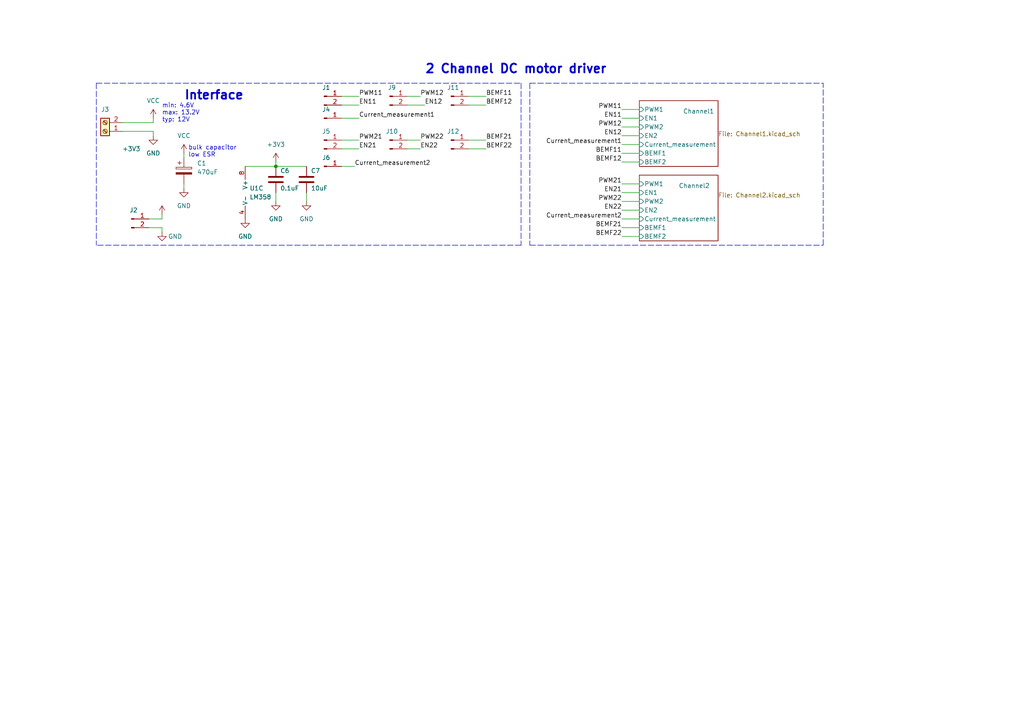
<source format=kicad_sch>
(kicad_sch (version 20211123) (generator eeschema)

  (uuid 9538e4ed-27e6-4c37-b989-9859dc0d49e8)

  (paper "A4")

  (lib_symbols
    (symbol "Amplifier_Operational:LM358" (pin_names (offset 0.127)) (in_bom yes) (on_board yes)
      (property "Reference" "U" (id 0) (at 0 5.08 0)
        (effects (font (size 1.27 1.27)) (justify left))
      )
      (property "Value" "LM358" (id 1) (at 0 -5.08 0)
        (effects (font (size 1.27 1.27)) (justify left))
      )
      (property "Footprint" "" (id 2) (at 0 0 0)
        (effects (font (size 1.27 1.27)) hide)
      )
      (property "Datasheet" "http://www.ti.com/lit/ds/symlink/lm2904-n.pdf" (id 3) (at 0 0 0)
        (effects (font (size 1.27 1.27)) hide)
      )
      (property "ki_locked" "" (id 4) (at 0 0 0)
        (effects (font (size 1.27 1.27)))
      )
      (property "ki_keywords" "dual opamp" (id 5) (at 0 0 0)
        (effects (font (size 1.27 1.27)) hide)
      )
      (property "ki_description" "Low-Power, Dual Operational Amplifiers, DIP-8/SOIC-8/TO-99-8" (id 6) (at 0 0 0)
        (effects (font (size 1.27 1.27)) hide)
      )
      (property "ki_fp_filters" "SOIC*3.9x4.9mm*P1.27mm* DIP*W7.62mm* TO*99* OnSemi*Micro8* TSSOP*3x3mm*P0.65mm* TSSOP*4.4x3mm*P0.65mm* MSOP*3x3mm*P0.65mm* SSOP*3.9x4.9mm*P0.635mm* LFCSP*2x2mm*P0.5mm* *SIP* SOIC*5.3x6.2mm*P1.27mm*" (id 7) (at 0 0 0)
        (effects (font (size 1.27 1.27)) hide)
      )
      (symbol "LM358_1_1"
        (polyline
          (pts
            (xy -5.08 5.08)
            (xy 5.08 0)
            (xy -5.08 -5.08)
            (xy -5.08 5.08)
          )
          (stroke (width 0.254) (type default) (color 0 0 0 0))
          (fill (type background))
        )
        (pin output line (at 7.62 0 180) (length 2.54)
          (name "~" (effects (font (size 1.27 1.27))))
          (number "1" (effects (font (size 1.27 1.27))))
        )
        (pin input line (at -7.62 -2.54 0) (length 2.54)
          (name "-" (effects (font (size 1.27 1.27))))
          (number "2" (effects (font (size 1.27 1.27))))
        )
        (pin input line (at -7.62 2.54 0) (length 2.54)
          (name "+" (effects (font (size 1.27 1.27))))
          (number "3" (effects (font (size 1.27 1.27))))
        )
      )
      (symbol "LM358_2_1"
        (polyline
          (pts
            (xy -5.08 5.08)
            (xy 5.08 0)
            (xy -5.08 -5.08)
            (xy -5.08 5.08)
          )
          (stroke (width 0.254) (type default) (color 0 0 0 0))
          (fill (type background))
        )
        (pin input line (at -7.62 2.54 0) (length 2.54)
          (name "+" (effects (font (size 1.27 1.27))))
          (number "5" (effects (font (size 1.27 1.27))))
        )
        (pin input line (at -7.62 -2.54 0) (length 2.54)
          (name "-" (effects (font (size 1.27 1.27))))
          (number "6" (effects (font (size 1.27 1.27))))
        )
        (pin output line (at 7.62 0 180) (length 2.54)
          (name "~" (effects (font (size 1.27 1.27))))
          (number "7" (effects (font (size 1.27 1.27))))
        )
      )
      (symbol "LM358_3_1"
        (pin power_in line (at -2.54 -7.62 90) (length 3.81)
          (name "V-" (effects (font (size 1.27 1.27))))
          (number "4" (effects (font (size 1.27 1.27))))
        )
        (pin power_in line (at -2.54 7.62 270) (length 3.81)
          (name "V+" (effects (font (size 1.27 1.27))))
          (number "8" (effects (font (size 1.27 1.27))))
        )
      )
    )
    (symbol "Connector:Conn_01x01_Male" (pin_names (offset 1.016) hide) (in_bom yes) (on_board yes)
      (property "Reference" "J" (id 0) (at 0 2.54 0)
        (effects (font (size 1.27 1.27)))
      )
      (property "Value" "Conn_01x01_Male" (id 1) (at 0 -2.54 0)
        (effects (font (size 1.27 1.27)))
      )
      (property "Footprint" "" (id 2) (at 0 0 0)
        (effects (font (size 1.27 1.27)) hide)
      )
      (property "Datasheet" "~" (id 3) (at 0 0 0)
        (effects (font (size 1.27 1.27)) hide)
      )
      (property "ki_keywords" "connector" (id 4) (at 0 0 0)
        (effects (font (size 1.27 1.27)) hide)
      )
      (property "ki_description" "Generic connector, single row, 01x01, script generated (kicad-library-utils/schlib/autogen/connector/)" (id 5) (at 0 0 0)
        (effects (font (size 1.27 1.27)) hide)
      )
      (property "ki_fp_filters" "Connector*:*" (id 6) (at 0 0 0)
        (effects (font (size 1.27 1.27)) hide)
      )
      (symbol "Conn_01x01_Male_1_1"
        (polyline
          (pts
            (xy 1.27 0)
            (xy 0.8636 0)
          )
          (stroke (width 0.1524) (type default) (color 0 0 0 0))
          (fill (type none))
        )
        (rectangle (start 0.8636 0.127) (end 0 -0.127)
          (stroke (width 0.1524) (type default) (color 0 0 0 0))
          (fill (type outline))
        )
        (pin passive line (at 5.08 0 180) (length 3.81)
          (name "Pin_1" (effects (font (size 1.27 1.27))))
          (number "1" (effects (font (size 1.27 1.27))))
        )
      )
    )
    (symbol "Connector:Conn_01x02_Male" (pin_names (offset 1.016) hide) (in_bom yes) (on_board yes)
      (property "Reference" "J" (id 0) (at 0 2.54 0)
        (effects (font (size 1.27 1.27)))
      )
      (property "Value" "Conn_01x02_Male" (id 1) (at 0 -5.08 0)
        (effects (font (size 1.27 1.27)))
      )
      (property "Footprint" "" (id 2) (at 0 0 0)
        (effects (font (size 1.27 1.27)) hide)
      )
      (property "Datasheet" "~" (id 3) (at 0 0 0)
        (effects (font (size 1.27 1.27)) hide)
      )
      (property "ki_keywords" "connector" (id 4) (at 0 0 0)
        (effects (font (size 1.27 1.27)) hide)
      )
      (property "ki_description" "Generic connector, single row, 01x02, script generated (kicad-library-utils/schlib/autogen/connector/)" (id 5) (at 0 0 0)
        (effects (font (size 1.27 1.27)) hide)
      )
      (property "ki_fp_filters" "Connector*:*_1x??_*" (id 6) (at 0 0 0)
        (effects (font (size 1.27 1.27)) hide)
      )
      (symbol "Conn_01x02_Male_1_1"
        (polyline
          (pts
            (xy 1.27 -2.54)
            (xy 0.8636 -2.54)
          )
          (stroke (width 0.1524) (type default) (color 0 0 0 0))
          (fill (type none))
        )
        (polyline
          (pts
            (xy 1.27 0)
            (xy 0.8636 0)
          )
          (stroke (width 0.1524) (type default) (color 0 0 0 0))
          (fill (type none))
        )
        (rectangle (start 0.8636 -2.413) (end 0 -2.667)
          (stroke (width 0.1524) (type default) (color 0 0 0 0))
          (fill (type outline))
        )
        (rectangle (start 0.8636 0.127) (end 0 -0.127)
          (stroke (width 0.1524) (type default) (color 0 0 0 0))
          (fill (type outline))
        )
        (pin passive line (at 5.08 0 180) (length 3.81)
          (name "Pin_1" (effects (font (size 1.27 1.27))))
          (number "1" (effects (font (size 1.27 1.27))))
        )
        (pin passive line (at 5.08 -2.54 180) (length 3.81)
          (name "Pin_2" (effects (font (size 1.27 1.27))))
          (number "2" (effects (font (size 1.27 1.27))))
        )
      )
    )
    (symbol "Connector:Screw_Terminal_01x02" (pin_names (offset 1.016) hide) (in_bom yes) (on_board yes)
      (property "Reference" "J" (id 0) (at 0 2.54 0)
        (effects (font (size 1.27 1.27)))
      )
      (property "Value" "Screw_Terminal_01x02" (id 1) (at 0 -5.08 0)
        (effects (font (size 1.27 1.27)))
      )
      (property "Footprint" "" (id 2) (at 0 0 0)
        (effects (font (size 1.27 1.27)) hide)
      )
      (property "Datasheet" "~" (id 3) (at 0 0 0)
        (effects (font (size 1.27 1.27)) hide)
      )
      (property "ki_keywords" "screw terminal" (id 4) (at 0 0 0)
        (effects (font (size 1.27 1.27)) hide)
      )
      (property "ki_description" "Generic screw terminal, single row, 01x02, script generated (kicad-library-utils/schlib/autogen/connector/)" (id 5) (at 0 0 0)
        (effects (font (size 1.27 1.27)) hide)
      )
      (property "ki_fp_filters" "TerminalBlock*:*" (id 6) (at 0 0 0)
        (effects (font (size 1.27 1.27)) hide)
      )
      (symbol "Screw_Terminal_01x02_1_1"
        (rectangle (start -1.27 1.27) (end 1.27 -3.81)
          (stroke (width 0.254) (type default) (color 0 0 0 0))
          (fill (type background))
        )
        (circle (center 0 -2.54) (radius 0.635)
          (stroke (width 0.1524) (type default) (color 0 0 0 0))
          (fill (type none))
        )
        (polyline
          (pts
            (xy -0.5334 -2.2098)
            (xy 0.3302 -3.048)
          )
          (stroke (width 0.1524) (type default) (color 0 0 0 0))
          (fill (type none))
        )
        (polyline
          (pts
            (xy -0.5334 0.3302)
            (xy 0.3302 -0.508)
          )
          (stroke (width 0.1524) (type default) (color 0 0 0 0))
          (fill (type none))
        )
        (polyline
          (pts
            (xy -0.3556 -2.032)
            (xy 0.508 -2.8702)
          )
          (stroke (width 0.1524) (type default) (color 0 0 0 0))
          (fill (type none))
        )
        (polyline
          (pts
            (xy -0.3556 0.508)
            (xy 0.508 -0.3302)
          )
          (stroke (width 0.1524) (type default) (color 0 0 0 0))
          (fill (type none))
        )
        (circle (center 0 0) (radius 0.635)
          (stroke (width 0.1524) (type default) (color 0 0 0 0))
          (fill (type none))
        )
        (pin passive line (at -5.08 0 0) (length 3.81)
          (name "Pin_1" (effects (font (size 1.27 1.27))))
          (number "1" (effects (font (size 1.27 1.27))))
        )
        (pin passive line (at -5.08 -2.54 0) (length 3.81)
          (name "Pin_2" (effects (font (size 1.27 1.27))))
          (number "2" (effects (font (size 1.27 1.27))))
        )
      )
    )
    (symbol "Device:C" (pin_numbers hide) (pin_names (offset 0.254)) (in_bom yes) (on_board yes)
      (property "Reference" "C" (id 0) (at 0.635 2.54 0)
        (effects (font (size 1.27 1.27)) (justify left))
      )
      (property "Value" "C" (id 1) (at 0.635 -2.54 0)
        (effects (font (size 1.27 1.27)) (justify left))
      )
      (property "Footprint" "" (id 2) (at 0.9652 -3.81 0)
        (effects (font (size 1.27 1.27)) hide)
      )
      (property "Datasheet" "~" (id 3) (at 0 0 0)
        (effects (font (size 1.27 1.27)) hide)
      )
      (property "ki_keywords" "cap capacitor" (id 4) (at 0 0 0)
        (effects (font (size 1.27 1.27)) hide)
      )
      (property "ki_description" "Unpolarized capacitor" (id 5) (at 0 0 0)
        (effects (font (size 1.27 1.27)) hide)
      )
      (property "ki_fp_filters" "C_*" (id 6) (at 0 0 0)
        (effects (font (size 1.27 1.27)) hide)
      )
      (symbol "C_0_1"
        (polyline
          (pts
            (xy -2.032 -0.762)
            (xy 2.032 -0.762)
          )
          (stroke (width 0.508) (type default) (color 0 0 0 0))
          (fill (type none))
        )
        (polyline
          (pts
            (xy -2.032 0.762)
            (xy 2.032 0.762)
          )
          (stroke (width 0.508) (type default) (color 0 0 0 0))
          (fill (type none))
        )
      )
      (symbol "C_1_1"
        (pin passive line (at 0 3.81 270) (length 2.794)
          (name "~" (effects (font (size 1.27 1.27))))
          (number "1" (effects (font (size 1.27 1.27))))
        )
        (pin passive line (at 0 -3.81 90) (length 2.794)
          (name "~" (effects (font (size 1.27 1.27))))
          (number "2" (effects (font (size 1.27 1.27))))
        )
      )
    )
    (symbol "Device:C_Polarized" (pin_numbers hide) (pin_names (offset 0.254)) (in_bom yes) (on_board yes)
      (property "Reference" "C" (id 0) (at 0.635 2.54 0)
        (effects (font (size 1.27 1.27)) (justify left))
      )
      (property "Value" "C_Polarized" (id 1) (at 0.635 -2.54 0)
        (effects (font (size 1.27 1.27)) (justify left))
      )
      (property "Footprint" "" (id 2) (at 0.9652 -3.81 0)
        (effects (font (size 1.27 1.27)) hide)
      )
      (property "Datasheet" "~" (id 3) (at 0 0 0)
        (effects (font (size 1.27 1.27)) hide)
      )
      (property "ki_keywords" "cap capacitor" (id 4) (at 0 0 0)
        (effects (font (size 1.27 1.27)) hide)
      )
      (property "ki_description" "Polarized capacitor" (id 5) (at 0 0 0)
        (effects (font (size 1.27 1.27)) hide)
      )
      (property "ki_fp_filters" "CP_*" (id 6) (at 0 0 0)
        (effects (font (size 1.27 1.27)) hide)
      )
      (symbol "C_Polarized_0_1"
        (rectangle (start -2.286 0.508) (end 2.286 1.016)
          (stroke (width 0) (type default) (color 0 0 0 0))
          (fill (type none))
        )
        (polyline
          (pts
            (xy -1.778 2.286)
            (xy -0.762 2.286)
          )
          (stroke (width 0) (type default) (color 0 0 0 0))
          (fill (type none))
        )
        (polyline
          (pts
            (xy -1.27 2.794)
            (xy -1.27 1.778)
          )
          (stroke (width 0) (type default) (color 0 0 0 0))
          (fill (type none))
        )
        (rectangle (start 2.286 -0.508) (end -2.286 -1.016)
          (stroke (width 0) (type default) (color 0 0 0 0))
          (fill (type outline))
        )
      )
      (symbol "C_Polarized_1_1"
        (pin passive line (at 0 3.81 270) (length 2.794)
          (name "~" (effects (font (size 1.27 1.27))))
          (number "1" (effects (font (size 1.27 1.27))))
        )
        (pin passive line (at 0 -3.81 90) (length 2.794)
          (name "~" (effects (font (size 1.27 1.27))))
          (number "2" (effects (font (size 1.27 1.27))))
        )
      )
    )
    (symbol "power:+3V3" (power) (pin_names (offset 0)) (in_bom yes) (on_board yes)
      (property "Reference" "#PWR" (id 0) (at 0 -3.81 0)
        (effects (font (size 1.27 1.27)) hide)
      )
      (property "Value" "+3V3" (id 1) (at 0 3.556 0)
        (effects (font (size 1.27 1.27)))
      )
      (property "Footprint" "" (id 2) (at 0 0 0)
        (effects (font (size 1.27 1.27)) hide)
      )
      (property "Datasheet" "" (id 3) (at 0 0 0)
        (effects (font (size 1.27 1.27)) hide)
      )
      (property "ki_keywords" "power-flag" (id 4) (at 0 0 0)
        (effects (font (size 1.27 1.27)) hide)
      )
      (property "ki_description" "Power symbol creates a global label with name \"+3V3\"" (id 5) (at 0 0 0)
        (effects (font (size 1.27 1.27)) hide)
      )
      (symbol "+3V3_0_1"
        (polyline
          (pts
            (xy -0.762 1.27)
            (xy 0 2.54)
          )
          (stroke (width 0) (type default) (color 0 0 0 0))
          (fill (type none))
        )
        (polyline
          (pts
            (xy 0 0)
            (xy 0 2.54)
          )
          (stroke (width 0) (type default) (color 0 0 0 0))
          (fill (type none))
        )
        (polyline
          (pts
            (xy 0 2.54)
            (xy 0.762 1.27)
          )
          (stroke (width 0) (type default) (color 0 0 0 0))
          (fill (type none))
        )
      )
      (symbol "+3V3_1_1"
        (pin power_in line (at 0 0 90) (length 0) hide
          (name "+3V3" (effects (font (size 1.27 1.27))))
          (number "1" (effects (font (size 1.27 1.27))))
        )
      )
    )
    (symbol "power:GND" (power) (pin_names (offset 0)) (in_bom yes) (on_board yes)
      (property "Reference" "#PWR" (id 0) (at 0 -6.35 0)
        (effects (font (size 1.27 1.27)) hide)
      )
      (property "Value" "GND" (id 1) (at 0 -3.81 0)
        (effects (font (size 1.27 1.27)))
      )
      (property "Footprint" "" (id 2) (at 0 0 0)
        (effects (font (size 1.27 1.27)) hide)
      )
      (property "Datasheet" "" (id 3) (at 0 0 0)
        (effects (font (size 1.27 1.27)) hide)
      )
      (property "ki_keywords" "power-flag" (id 4) (at 0 0 0)
        (effects (font (size 1.27 1.27)) hide)
      )
      (property "ki_description" "Power symbol creates a global label with name \"GND\" , ground" (id 5) (at 0 0 0)
        (effects (font (size 1.27 1.27)) hide)
      )
      (symbol "GND_0_1"
        (polyline
          (pts
            (xy 0 0)
            (xy 0 -1.27)
            (xy 1.27 -1.27)
            (xy 0 -2.54)
            (xy -1.27 -1.27)
            (xy 0 -1.27)
          )
          (stroke (width 0) (type default) (color 0 0 0 0))
          (fill (type none))
        )
      )
      (symbol "GND_1_1"
        (pin power_in line (at 0 0 270) (length 0) hide
          (name "GND" (effects (font (size 1.27 1.27))))
          (number "1" (effects (font (size 1.27 1.27))))
        )
      )
    )
    (symbol "power:VCC" (power) (pin_names (offset 0)) (in_bom yes) (on_board yes)
      (property "Reference" "#PWR" (id 0) (at 0 -3.81 0)
        (effects (font (size 1.27 1.27)) hide)
      )
      (property "Value" "VCC" (id 1) (at 0 3.81 0)
        (effects (font (size 1.27 1.27)))
      )
      (property "Footprint" "" (id 2) (at 0 0 0)
        (effects (font (size 1.27 1.27)) hide)
      )
      (property "Datasheet" "" (id 3) (at 0 0 0)
        (effects (font (size 1.27 1.27)) hide)
      )
      (property "ki_keywords" "power-flag" (id 4) (at 0 0 0)
        (effects (font (size 1.27 1.27)) hide)
      )
      (property "ki_description" "Power symbol creates a global label with name \"VCC\"" (id 5) (at 0 0 0)
        (effects (font (size 1.27 1.27)) hide)
      )
      (symbol "VCC_0_1"
        (polyline
          (pts
            (xy -0.762 1.27)
            (xy 0 2.54)
          )
          (stroke (width 0) (type default) (color 0 0 0 0))
          (fill (type none))
        )
        (polyline
          (pts
            (xy 0 0)
            (xy 0 2.54)
          )
          (stroke (width 0) (type default) (color 0 0 0 0))
          (fill (type none))
        )
        (polyline
          (pts
            (xy 0 2.54)
            (xy 0.762 1.27)
          )
          (stroke (width 0) (type default) (color 0 0 0 0))
          (fill (type none))
        )
      )
      (symbol "VCC_1_1"
        (pin power_in line (at 0 0 90) (length 0) hide
          (name "VCC" (effects (font (size 1.27 1.27))))
          (number "1" (effects (font (size 1.27 1.27))))
        )
      )
    )
  )

  (junction (at 80.01 48.26) (diameter 0) (color 0 0 0 0)
    (uuid 5295d3f5-b2a0-48d2-a583-f3a137e0048b)
  )

  (wire (pts (xy 185.42 44.45) (xy 180.34 44.45))
    (stroke (width 0) (type default) (color 0 0 0 0))
    (uuid 0244c72c-b38c-418b-991c-2da59723dceb)
  )
  (wire (pts (xy 99.06 34.29) (xy 104.14 34.29))
    (stroke (width 0) (type default) (color 0 0 0 0))
    (uuid 059838df-1d22-4e47-b3c1-a997909f79fb)
  )
  (wire (pts (xy 185.42 36.83) (xy 180.34 36.83))
    (stroke (width 0) (type default) (color 0 0 0 0))
    (uuid 065e3c88-fd19-4be3-97f7-a607bb2d86fb)
  )
  (wire (pts (xy 118.11 30.48) (xy 123.19 30.48))
    (stroke (width 0) (type default) (color 0 0 0 0))
    (uuid 070c7c96-4e3c-4ae0-a050-b63e12998eb5)
  )
  (wire (pts (xy 80.01 55.88) (xy 80.01 58.42))
    (stroke (width 0) (type default) (color 0 0 0 0))
    (uuid 081ef2db-ad68-4787-ab7f-30103681532f)
  )
  (polyline (pts (xy 153.67 24.13) (xy 153.67 71.12))
    (stroke (width 0) (type default) (color 0 0 0 0))
    (uuid 0bb48a3a-4c45-460b-aae4-9443d385942c)
  )

  (wire (pts (xy 46.99 63.5) (xy 46.99 62.23))
    (stroke (width 0) (type default) (color 0 0 0 0))
    (uuid 0e44588a-eeb7-4814-a361-013f08f267db)
  )
  (wire (pts (xy 71.12 48.26) (xy 80.01 48.26))
    (stroke (width 0) (type default) (color 0 0 0 0))
    (uuid 13fb9f8b-f397-43c8-858c-4e93512e7cd5)
  )
  (wire (pts (xy 80.01 48.26) (xy 88.9 48.26))
    (stroke (width 0) (type default) (color 0 0 0 0))
    (uuid 13fd1d8f-3b14-4231-94ed-eb67b784c6fd)
  )
  (polyline (pts (xy 27.94 24.13) (xy 151.13 24.13))
    (stroke (width 0) (type default) (color 0 0 0 0))
    (uuid 224936bd-4e46-4e19-bef3-035b8a8f7bda)
  )

  (wire (pts (xy 46.99 67.31) (xy 46.99 66.04))
    (stroke (width 0) (type default) (color 0 0 0 0))
    (uuid 2ce7ba3c-3d3a-40ae-a69f-14b83cb6a2f7)
  )
  (wire (pts (xy 53.34 44.45) (xy 53.34 45.72))
    (stroke (width 0) (type default) (color 0 0 0 0))
    (uuid 2ee4df91-f71b-4b22-af0d-4e94eb1949f2)
  )
  (polyline (pts (xy 27.94 24.13) (xy 27.94 71.12))
    (stroke (width 0) (type default) (color 0 0 0 0))
    (uuid 3743c54c-2b84-460c-9a08-d9077f73bc63)
  )
  (polyline (pts (xy 238.76 71.12) (xy 238.76 24.13))
    (stroke (width 0) (type default) (color 0 0 0 0))
    (uuid 3ef2c3d8-0559-4ac1-82ea-3bdaa0470e6c)
  )

  (wire (pts (xy 185.42 68.58) (xy 180.34 68.58))
    (stroke (width 0) (type default) (color 0 0 0 0))
    (uuid 48c83b69-1d07-433b-a228-8e82425a9c8d)
  )
  (wire (pts (xy 80.01 46.99) (xy 80.01 48.26))
    (stroke (width 0) (type default) (color 0 0 0 0))
    (uuid 4a3e0990-b1a7-43e2-8b57-3cc28410420d)
  )
  (wire (pts (xy 35.56 38.1) (xy 44.45 38.1))
    (stroke (width 0) (type default) (color 0 0 0 0))
    (uuid 4e6d2ae0-1de0-4a90-a79d-ae2ebc4d4346)
  )
  (polyline (pts (xy 153.67 24.13) (xy 238.76 24.13))
    (stroke (width 0) (type default) (color 0 0 0 0))
    (uuid 4f718c04-a0cd-4fba-8acf-b9c2a8deeba0)
  )

  (wire (pts (xy 99.06 30.48) (xy 104.14 30.48))
    (stroke (width 0) (type default) (color 0 0 0 0))
    (uuid 51b4c368-77fc-4b7b-9810-ce2d7a46b834)
  )
  (wire (pts (xy 185.42 58.42) (xy 180.34 58.42))
    (stroke (width 0) (type default) (color 0 0 0 0))
    (uuid 544a1436-f4f3-4b06-bc60-e44591321bb2)
  )
  (wire (pts (xy 118.11 43.18) (xy 121.92 43.18))
    (stroke (width 0) (type default) (color 0 0 0 0))
    (uuid 5bbfc92c-5513-44e4-8c25-67ba29433906)
  )
  (wire (pts (xy 118.11 40.64) (xy 121.92 40.64))
    (stroke (width 0) (type default) (color 0 0 0 0))
    (uuid 5e60c5f8-eb42-4f14-bfc8-8e9defda1634)
  )
  (wire (pts (xy 185.42 63.5) (xy 180.34 63.5))
    (stroke (width 0) (type default) (color 0 0 0 0))
    (uuid 6109f1df-ca62-488c-811d-6d976ac71f11)
  )
  (wire (pts (xy 99.06 27.94) (xy 104.14 27.94))
    (stroke (width 0) (type default) (color 0 0 0 0))
    (uuid 6af1612e-8101-43d0-9806-68fd3293d6cb)
  )
  (wire (pts (xy 44.45 34.29) (xy 44.45 35.56))
    (stroke (width 0) (type default) (color 0 0 0 0))
    (uuid 6c85e5f0-bf27-451b-8b8c-23afa8384380)
  )
  (wire (pts (xy 35.56 35.56) (xy 44.45 35.56))
    (stroke (width 0) (type default) (color 0 0 0 0))
    (uuid 6d52c2cd-3d4d-4e9f-8991-6c4289d279ca)
  )
  (wire (pts (xy 185.42 34.29) (xy 180.34 34.29))
    (stroke (width 0) (type default) (color 0 0 0 0))
    (uuid 6f3edb98-1715-48c7-a668-5fe6c43535eb)
  )
  (wire (pts (xy 185.42 55.88) (xy 180.34 55.88))
    (stroke (width 0) (type default) (color 0 0 0 0))
    (uuid 8009c998-7530-4186-8ae8-c163ec896d01)
  )
  (wire (pts (xy 185.42 46.99) (xy 180.34 46.99))
    (stroke (width 0) (type default) (color 0 0 0 0))
    (uuid 85cb8dbb-af4a-44ac-a9a6-0db4144ac558)
  )
  (wire (pts (xy 99.06 40.64) (xy 104.14 40.64))
    (stroke (width 0) (type default) (color 0 0 0 0))
    (uuid 897ae18d-09df-4576-9368-e619e617bf4b)
  )
  (wire (pts (xy 43.18 63.5) (xy 46.99 63.5))
    (stroke (width 0) (type default) (color 0 0 0 0))
    (uuid 9299af42-dbc2-43e3-9397-065bcd09fbdc)
  )
  (wire (pts (xy 135.89 40.64) (xy 140.97 40.64))
    (stroke (width 0) (type default) (color 0 0 0 0))
    (uuid 94aa760e-f956-4640-88cf-2b4b681a8f64)
  )
  (wire (pts (xy 185.42 41.91) (xy 180.34 41.91))
    (stroke (width 0) (type default) (color 0 0 0 0))
    (uuid 96abac3c-9fd8-4222-a372-85f062f5c235)
  )
  (wire (pts (xy 185.42 60.96) (xy 180.34 60.96))
    (stroke (width 0) (type default) (color 0 0 0 0))
    (uuid 9920c1b5-e631-44ca-a45e-0d5413666a34)
  )
  (wire (pts (xy 135.89 30.48) (xy 140.97 30.48))
    (stroke (width 0) (type default) (color 0 0 0 0))
    (uuid a4764aa0-4283-4790-985a-80638f1cfc06)
  )
  (wire (pts (xy 185.42 53.34) (xy 180.34 53.34))
    (stroke (width 0) (type default) (color 0 0 0 0))
    (uuid a9899465-2183-444d-8891-3a5df863f6b3)
  )
  (wire (pts (xy 53.34 53.34) (xy 53.34 54.61))
    (stroke (width 0) (type default) (color 0 0 0 0))
    (uuid af8f5629-c6b6-4652-b898-0c5f53818043)
  )
  (wire (pts (xy 185.42 66.04) (xy 180.34 66.04))
    (stroke (width 0) (type default) (color 0 0 0 0))
    (uuid b0f4819e-7234-4bd4-95be-5f4631c88ee4)
  )
  (wire (pts (xy 99.06 48.26) (xy 102.87 48.26))
    (stroke (width 0) (type default) (color 0 0 0 0))
    (uuid b4dc642a-50ba-4056-8408-eb9e3469734c)
  )
  (wire (pts (xy 118.11 27.94) (xy 121.92 27.94))
    (stroke (width 0) (type default) (color 0 0 0 0))
    (uuid ba7ad087-f629-4cfa-9737-bce5a6e784b9)
  )
  (polyline (pts (xy 153.67 71.12) (xy 238.76 71.12))
    (stroke (width 0) (type default) (color 0 0 0 0))
    (uuid cc08bc0d-5f92-4bd2-b66c-c4cf5cdad7df)
  )

  (wire (pts (xy 43.18 66.04) (xy 46.99 66.04))
    (stroke (width 0) (type default) (color 0 0 0 0))
    (uuid d8eb1c8c-05dd-4f26-a8ec-09beed16ae63)
  )
  (wire (pts (xy 135.89 27.94) (xy 140.97 27.94))
    (stroke (width 0) (type default) (color 0 0 0 0))
    (uuid dfdddc67-9d80-445c-a182-ef8f8ffc77bf)
  )
  (wire (pts (xy 44.45 38.1) (xy 44.45 39.37))
    (stroke (width 0) (type default) (color 0 0 0 0))
    (uuid e1059260-a933-480b-8994-7a24a72bb015)
  )
  (polyline (pts (xy 151.13 71.12) (xy 27.94 71.12))
    (stroke (width 0) (type default) (color 0 0 0 0))
    (uuid e950de67-dcec-4e25-acbc-1c8c29fe8bce)
  )

  (wire (pts (xy 135.89 43.18) (xy 140.97 43.18))
    (stroke (width 0) (type default) (color 0 0 0 0))
    (uuid ea003fc1-c495-457c-ad8f-78793cd05678)
  )
  (polyline (pts (xy 151.13 24.13) (xy 151.13 71.12))
    (stroke (width 0) (type default) (color 0 0 0 0))
    (uuid ebc3b6f1-cd80-42a2-8e96-edfa280934d8)
  )

  (wire (pts (xy 88.9 55.88) (xy 88.9 58.42))
    (stroke (width 0) (type default) (color 0 0 0 0))
    (uuid ed85e6f1-e405-4db4-999e-4752447556c4)
  )
  (wire (pts (xy 99.06 43.18) (xy 104.14 43.18))
    (stroke (width 0) (type default) (color 0 0 0 0))
    (uuid ee8179c5-732c-410e-ad41-becf7422cc46)
  )
  (wire (pts (xy 185.42 39.37) (xy 180.34 39.37))
    (stroke (width 0) (type default) (color 0 0 0 0))
    (uuid f504d27b-3e95-4174-9e41-370bd9f1b1ca)
  )
  (wire (pts (xy 185.42 31.75) (xy 180.34 31.75))
    (stroke (width 0) (type default) (color 0 0 0 0))
    (uuid fa5b74d5-9382-4d2c-9c70-43ba5b7de254)
  )

  (text "Interface" (at 53.34 29.21 0)
    (effects (font (size 2.54 2.54) (thickness 0.508) bold) (justify left bottom))
    (uuid 111c4262-49e0-4244-88c6-f5559f5a8b80)
  )
  (text "bulk capacitor\nlow ESR\n" (at 54.61 45.72 0)
    (effects (font (size 1.27 1.27)) (justify left bottom))
    (uuid 32f3f8e6-d772-4584-9f38-a27045fc5ece)
  )
  (text "2 Channel DC motor driver" (at 123.19 21.59 0)
    (effects (font (size 2.54 2.54) (thickness 0.508) bold) (justify left bottom))
    (uuid a3822b28-16a4-40af-8cc6-cce3263fba34)
  )
  (text "min: 4.6V\nmax: 13.2V\ntyp: 12V " (at 46.99 35.56 0)
    (effects (font (size 1.27 1.27)) (justify left bottom))
    (uuid a87965b9-247d-467e-a695-afe1d4be208d)
  )

  (label "EN21" (at 180.34 55.88 180)
    (effects (font (size 1.27 1.27)) (justify right bottom))
    (uuid 1420af2a-308d-40fc-b080-4eca0f8547e3)
  )
  (label "BEMF22" (at 140.97 43.18 0)
    (effects (font (size 1.27 1.27)) (justify left bottom))
    (uuid 1b2a76bb-5007-4e7c-93f7-86a203493396)
  )
  (label "BEMF12" (at 180.34 46.99 180)
    (effects (font (size 1.27 1.27)) (justify right bottom))
    (uuid 2cc10cc0-7de5-4352-8a8b-aedde4d769d1)
  )
  (label "PWM12" (at 121.92 27.94 0)
    (effects (font (size 1.27 1.27)) (justify left bottom))
    (uuid 389f1984-aa1a-4f43-9f23-bcbff9f11bda)
  )
  (label "Current_measurement1" (at 104.14 34.29 0)
    (effects (font (size 1.27 1.27)) (justify left bottom))
    (uuid 4051ff01-c794-4d34-a757-bb4f5d5b148c)
  )
  (label "EN22" (at 180.34 60.96 180)
    (effects (font (size 1.27 1.27)) (justify right bottom))
    (uuid 4a72f331-1537-4606-bae8-9e26edd4b191)
  )
  (label "BEMF11" (at 180.34 44.45 180)
    (effects (font (size 1.27 1.27)) (justify right bottom))
    (uuid 55140a1d-28c4-421d-8d23-8f6555f767de)
  )
  (label "Current_measurement1" (at 180.34 41.91 180)
    (effects (font (size 1.27 1.27)) (justify right bottom))
    (uuid 68890d51-2374-4643-a688-c940ee28390c)
  )
  (label "BEMF21" (at 180.34 66.04 180)
    (effects (font (size 1.27 1.27)) (justify right bottom))
    (uuid 721a0a73-e73b-4d5f-84ef-6cfe7843d767)
  )
  (label "BEMF12" (at 140.97 30.48 0)
    (effects (font (size 1.27 1.27)) (justify left bottom))
    (uuid 73fc1d88-c1fe-4dfa-9da0-a801eb35dad2)
  )
  (label "PWM11" (at 104.14 27.94 0)
    (effects (font (size 1.27 1.27)) (justify left bottom))
    (uuid 7528873b-fcec-4e10-a4ff-56cda1d66b27)
  )
  (label "PWM22" (at 180.34 58.42 180)
    (effects (font (size 1.27 1.27)) (justify right bottom))
    (uuid 78fed51b-1ba4-489d-90e2-a96c1b41650b)
  )
  (label "BEMF11" (at 140.97 27.94 0)
    (effects (font (size 1.27 1.27)) (justify left bottom))
    (uuid 793ad086-ec91-4260-96aa-31fa0cf0c449)
  )
  (label "EN12" (at 180.34 39.37 180)
    (effects (font (size 1.27 1.27)) (justify right bottom))
    (uuid 807794a0-6dbe-4f7b-9a5c-8a29311309a7)
  )
  (label "EN11" (at 104.14 30.48 0)
    (effects (font (size 1.27 1.27)) (justify left bottom))
    (uuid 8c1cd316-d9de-4c00-9462-725b1257dde5)
  )
  (label "EN12" (at 123.19 30.48 0)
    (effects (font (size 1.27 1.27)) (justify left bottom))
    (uuid a6d718ca-0029-41db-a5b3-5ec44b44a86a)
  )
  (label "PWM21" (at 104.14 40.64 0)
    (effects (font (size 1.27 1.27)) (justify left bottom))
    (uuid add7f9bf-ae21-4d8c-a3c4-bc46c2015802)
  )
  (label "EN21" (at 104.14 43.18 0)
    (effects (font (size 1.27 1.27)) (justify left bottom))
    (uuid b2468ce4-da7d-42fd-95e6-5c42c37cead4)
  )
  (label "PWM21" (at 180.34 53.34 180)
    (effects (font (size 1.27 1.27)) (justify right bottom))
    (uuid bb1645d6-35ef-4b4c-8fe5-50b24f3eb1c9)
  )
  (label "PWM11" (at 180.34 31.75 180)
    (effects (font (size 1.27 1.27)) (justify right bottom))
    (uuid cb4f7093-9ef5-40e6-9122-1edbc39de30e)
  )
  (label "EN11" (at 180.34 34.29 180)
    (effects (font (size 1.27 1.27)) (justify right bottom))
    (uuid cb7b19d7-3366-48ad-b54f-5693c7439a29)
  )
  (label "Current_measurement2" (at 102.87 48.26 0)
    (effects (font (size 1.27 1.27)) (justify left bottom))
    (uuid d6903197-4faa-4e99-aa43-c26002004c6b)
  )
  (label "BEMF21" (at 140.97 40.64 0)
    (effects (font (size 1.27 1.27)) (justify left bottom))
    (uuid db6fd39c-1120-464a-8c22-0ef55efc82f2)
  )
  (label "PWM22" (at 121.92 40.64 0)
    (effects (font (size 1.27 1.27)) (justify left bottom))
    (uuid db96eb3e-01f4-425e-9cb9-b2c066c3d0a4)
  )
  (label "EN22" (at 121.92 43.18 0)
    (effects (font (size 1.27 1.27)) (justify left bottom))
    (uuid e8f5f598-5098-473c-b634-c8d6cae59bc6)
  )
  (label "PWM12" (at 180.34 36.83 180)
    (effects (font (size 1.27 1.27)) (justify right bottom))
    (uuid ebe9c05e-a2b8-4d49-b6d6-824d80dc5689)
  )
  (label "BEMF22" (at 180.34 68.58 180)
    (effects (font (size 1.27 1.27)) (justify right bottom))
    (uuid f4b6a98b-673f-49c3-ab5c-876da5a9b129)
  )
  (label "Current_measurement2" (at 180.34 63.5 180)
    (effects (font (size 1.27 1.27)) (justify right bottom))
    (uuid f4b7f772-20a4-402c-a3b2-8e885205eaa6)
  )

  (symbol (lib_id "Connector:Conn_01x02_Male") (at 93.98 40.64 0) (unit 1)
    (in_bom yes) (on_board yes)
    (uuid 006f24a4-1b1e-48d5-b058-7009acf791f2)
    (property "Reference" "J5" (id 0) (at 94.615 38.1 0))
    (property "Value" "Conn_01x02_Male" (id 1) (at 94.615 38.1 0)
      (effects (font (size 1.27 1.27)) hide)
    )
    (property "Footprint" "Connector_PinHeader_1.27mm:PinHeader_1x02_P1.27mm_Vertical" (id 2) (at 93.98 40.64 0)
      (effects (font (size 1.27 1.27)) hide)
    )
    (property "Datasheet" "~" (id 3) (at 93.98 40.64 0)
      (effects (font (size 1.27 1.27)) hide)
    )
    (pin "1" (uuid f1c3f00e-c4c9-4667-9522-2c0e18e5fbcd))
    (pin "2" (uuid c33ee276-bdb3-4d95-966f-2c62506e3b24))
  )

  (symbol (lib_id "power:GND") (at 80.01 58.42 0) (unit 1)
    (in_bom yes) (on_board yes) (fields_autoplaced)
    (uuid 11972483-81c1-4502-b151-28028a5600a8)
    (property "Reference" "#PWR017" (id 0) (at 80.01 64.77 0)
      (effects (font (size 1.27 1.27)) hide)
    )
    (property "Value" "GND" (id 1) (at 80.01 63.5 0))
    (property "Footprint" "" (id 2) (at 80.01 58.42 0)
      (effects (font (size 1.27 1.27)) hide)
    )
    (property "Datasheet" "" (id 3) (at 80.01 58.42 0)
      (effects (font (size 1.27 1.27)) hide)
    )
    (pin "1" (uuid a605c372-65d1-47d8-a5cf-d6af309534d0))
  )

  (symbol (lib_id "Connector:Conn_01x02_Male") (at 113.03 40.64 0) (unit 1)
    (in_bom yes) (on_board yes)
    (uuid 1b571375-c045-4e41-8ff4-549eba584c75)
    (property "Reference" "J10" (id 0) (at 113.665 38.1 0))
    (property "Value" "Conn_01x02_Male" (id 1) (at 113.665 38.1 0)
      (effects (font (size 1.27 1.27)) hide)
    )
    (property "Footprint" "Connector_PinHeader_1.27mm:PinHeader_1x02_P1.27mm_Vertical" (id 2) (at 113.03 40.64 0)
      (effects (font (size 1.27 1.27)) hide)
    )
    (property "Datasheet" "~" (id 3) (at 113.03 40.64 0)
      (effects (font (size 1.27 1.27)) hide)
    )
    (pin "1" (uuid f57cfc1a-e27e-4b62-b5f3-07343adf3e48))
    (pin "2" (uuid 43be8e2d-dd96-4a53-aedd-ffb846947557))
  )

  (symbol (lib_id "Device:C") (at 80.01 52.07 0) (unit 1)
    (in_bom yes) (on_board yes)
    (uuid 1bcf6873-3de7-4659-a090-47cff6d94be4)
    (property "Reference" "C6" (id 0) (at 81.28 49.53 0)
      (effects (font (size 1.27 1.27)) (justify left))
    )
    (property "Value" "0.1uF" (id 1) (at 81.28 54.61 0)
      (effects (font (size 1.27 1.27)) (justify left))
    )
    (property "Footprint" "Capacitor_SMD:C_0603_1608Metric_Pad1.08x0.95mm_HandSolder" (id 2) (at 80.9752 55.88 0)
      (effects (font (size 1.27 1.27)) hide)
    )
    (property "Datasheet" "~" (id 3) (at 80.01 52.07 0)
      (effects (font (size 1.27 1.27)) hide)
    )
    (pin "1" (uuid 75356149-8cb6-4de3-908a-3c7e7c655cb9))
    (pin "2" (uuid c1bdcd8f-e91a-4f22-8475-3e259062f37e))
  )

  (symbol (lib_id "power:GND") (at 53.34 54.61 0) (unit 1)
    (in_bom yes) (on_board yes) (fields_autoplaced)
    (uuid 22a2d3d3-bdca-4ae9-a76e-7f88f051784f)
    (property "Reference" "#PWR02" (id 0) (at 53.34 60.96 0)
      (effects (font (size 1.27 1.27)) hide)
    )
    (property "Value" "GND" (id 1) (at 53.34 59.69 0))
    (property "Footprint" "" (id 2) (at 53.34 54.61 0)
      (effects (font (size 1.27 1.27)) hide)
    )
    (property "Datasheet" "" (id 3) (at 53.34 54.61 0)
      (effects (font (size 1.27 1.27)) hide)
    )
    (pin "1" (uuid cd2d2b88-ee99-40dc-9637-04a26d9a1f9f))
  )

  (symbol (lib_id "Connector:Conn_01x01_Male") (at 93.98 34.29 0) (unit 1)
    (in_bom yes) (on_board yes)
    (uuid 37dcd2fb-2c18-4b5d-b15f-623c9e2538f8)
    (property "Reference" "J4" (id 0) (at 94.615 31.75 0))
    (property "Value" "Conn_01x01_Male" (id 1) (at 94.615 31.75 0)
      (effects (font (size 1.27 1.27)) hide)
    )
    (property "Footprint" "Connector_PinHeader_1.27mm:PinHeader_1x01_P1.27mm_Vertical" (id 2) (at 93.98 34.29 0)
      (effects (font (size 1.27 1.27)) hide)
    )
    (property "Datasheet" "~" (id 3) (at 93.98 34.29 0)
      (effects (font (size 1.27 1.27)) hide)
    )
    (pin "1" (uuid 0e9e73a1-1b4c-4d43-ada0-f90fee69f7cb))
  )

  (symbol (lib_id "Connector:Conn_01x02_Male") (at 93.98 27.94 0) (unit 1)
    (in_bom yes) (on_board yes)
    (uuid 40831235-791a-4059-9393-d162e732f90a)
    (property "Reference" "J1" (id 0) (at 94.615 25.4 0))
    (property "Value" "Conn_01x02_Male" (id 1) (at 94.615 25.4 0)
      (effects (font (size 1.27 1.27)) hide)
    )
    (property "Footprint" "Connector_PinHeader_1.27mm:PinHeader_1x02_P1.27mm_Vertical" (id 2) (at 93.98 27.94 0)
      (effects (font (size 1.27 1.27)) hide)
    )
    (property "Datasheet" "~" (id 3) (at 93.98 27.94 0)
      (effects (font (size 1.27 1.27)) hide)
    )
    (pin "1" (uuid 88d5b37a-c52b-4cd3-9632-1ba4fdc0a229))
    (pin "2" (uuid e4f7aa8f-6434-4af5-bad5-0a22087f9f1a))
  )

  (symbol (lib_id "Connector:Conn_01x02_Male") (at 113.03 27.94 0) (unit 1)
    (in_bom yes) (on_board yes) (fields_autoplaced)
    (uuid 55f93ecd-da59-4289-b833-e3279a0653cd)
    (property "Reference" "J9" (id 0) (at 113.665 25.4 0))
    (property "Value" "Conn_01x02_Male" (id 1) (at 113.665 25.4 0)
      (effects (font (size 1.27 1.27)) hide)
    )
    (property "Footprint" "Connector_PinHeader_1.27mm:PinHeader_1x02_P1.27mm_Vertical" (id 2) (at 113.03 27.94 0)
      (effects (font (size 1.27 1.27)) hide)
    )
    (property "Datasheet" "~" (id 3) (at 113.03 27.94 0)
      (effects (font (size 1.27 1.27)) hide)
    )
    (pin "1" (uuid b0b69b91-270e-45a1-82f9-b76b7677ac71))
    (pin "2" (uuid 4d28a5ff-ae9a-4768-b482-0c0a180e7675))
  )

  (symbol (lib_id "power:GND") (at 46.99 67.31 0) (unit 1)
    (in_bom yes) (on_board yes)
    (uuid 609550bf-7702-4d93-9ee3-e457b169b3b9)
    (property "Reference" "#PWR04" (id 0) (at 46.99 73.66 0)
      (effects (font (size 1.27 1.27)) hide)
    )
    (property "Value" "GND" (id 1) (at 50.8 68.58 0))
    (property "Footprint" "" (id 2) (at 46.99 67.31 0)
      (effects (font (size 1.27 1.27)) hide)
    )
    (property "Datasheet" "" (id 3) (at 46.99 67.31 0)
      (effects (font (size 1.27 1.27)) hide)
    )
    (pin "1" (uuid 6bd68b8f-3b2a-4d9e-b454-4c89569f8d3b))
  )

  (symbol (lib_id "power:+3V3") (at 80.01 46.99 0) (unit 1)
    (in_bom yes) (on_board yes) (fields_autoplaced)
    (uuid 63f58d0a-fa15-45ff-978f-56b7717409ab)
    (property "Reference" "#PWR016" (id 0) (at 80.01 50.8 0)
      (effects (font (size 1.27 1.27)) hide)
    )
    (property "Value" "+3V3" (id 1) (at 80.01 41.91 0))
    (property "Footprint" "" (id 2) (at 80.01 46.99 0)
      (effects (font (size 1.27 1.27)) hide)
    )
    (property "Datasheet" "" (id 3) (at 80.01 46.99 0)
      (effects (font (size 1.27 1.27)) hide)
    )
    (pin "1" (uuid 3f03896e-c1d1-439b-b711-9e209da3b097))
  )

  (symbol (lib_id "power:GND") (at 71.12 63.5 0) (unit 1)
    (in_bom yes) (on_board yes) (fields_autoplaced)
    (uuid 67c07122-92f5-43f8-82c2-4f2764c4c167)
    (property "Reference" "#PWR013" (id 0) (at 71.12 69.85 0)
      (effects (font (size 1.27 1.27)) hide)
    )
    (property "Value" "GND" (id 1) (at 71.12 68.58 0))
    (property "Footprint" "" (id 2) (at 71.12 63.5 0)
      (effects (font (size 1.27 1.27)) hide)
    )
    (property "Datasheet" "" (id 3) (at 71.12 63.5 0)
      (effects (font (size 1.27 1.27)) hide)
    )
    (pin "1" (uuid 458917d8-5bef-4269-a950-dd9c5a686937))
  )

  (symbol (lib_id "power:GND") (at 88.9 58.42 0) (unit 1)
    (in_bom yes) (on_board yes) (fields_autoplaced)
    (uuid 73591f9b-44e5-4bb5-a0c1-42f91184b0ad)
    (property "Reference" "#PWR018" (id 0) (at 88.9 64.77 0)
      (effects (font (size 1.27 1.27)) hide)
    )
    (property "Value" "GND" (id 1) (at 88.9 63.5 0))
    (property "Footprint" "" (id 2) (at 88.9 58.42 0)
      (effects (font (size 1.27 1.27)) hide)
    )
    (property "Datasheet" "" (id 3) (at 88.9 58.42 0)
      (effects (font (size 1.27 1.27)) hide)
    )
    (pin "1" (uuid 4ad8972e-39ea-49b6-95a0-98c2a611786c))
  )

  (symbol (lib_id "power:GND") (at 44.45 39.37 0) (unit 1)
    (in_bom yes) (on_board yes) (fields_autoplaced)
    (uuid 74c335aa-b72b-4eb2-9d19-a4f6cc605120)
    (property "Reference" "#PWR08" (id 0) (at 44.45 45.72 0)
      (effects (font (size 1.27 1.27)) hide)
    )
    (property "Value" "GND" (id 1) (at 44.45 44.45 0))
    (property "Footprint" "" (id 2) (at 44.45 39.37 0)
      (effects (font (size 1.27 1.27)) hide)
    )
    (property "Datasheet" "" (id 3) (at 44.45 39.37 0)
      (effects (font (size 1.27 1.27)) hide)
    )
    (pin "1" (uuid ca98c69f-24e5-4491-939c-7a1ab0e907f2))
  )

  (symbol (lib_id "Connector:Conn_01x02_Male") (at 130.81 27.94 0) (unit 1)
    (in_bom yes) (on_board yes) (fields_autoplaced)
    (uuid 76c81e93-a7a3-4005-835d-d90625707555)
    (property "Reference" "J11" (id 0) (at 131.445 25.4 0))
    (property "Value" "Conn_01x02_Male" (id 1) (at 131.445 25.4 0)
      (effects (font (size 1.27 1.27)) hide)
    )
    (property "Footprint" "Connector_PinHeader_1.27mm:PinHeader_1x02_P1.27mm_Vertical" (id 2) (at 130.81 27.94 0)
      (effects (font (size 1.27 1.27)) hide)
    )
    (property "Datasheet" "~" (id 3) (at 130.81 27.94 0)
      (effects (font (size 1.27 1.27)) hide)
    )
    (pin "1" (uuid 490d989c-b619-4d15-a66b-96f2bdd4c989))
    (pin "2" (uuid e31ec500-839a-42b7-a572-77535b72f5c6))
  )

  (symbol (lib_id "Connector:Screw_Terminal_01x02") (at 30.48 38.1 180) (unit 1)
    (in_bom yes) (on_board yes) (fields_autoplaced)
    (uuid aad39fd6-3030-43d6-8e64-f5c592c22701)
    (property "Reference" "J3" (id 0) (at 30.48 31.75 0))
    (property "Value" "Screw_Terminal_01x02" (id 1) (at 30.48 31.75 0)
      (effects (font (size 1.27 1.27)) hide)
    )
    (property "Footprint" "TerminalBlock:TerminalBlock_bornier-2_P5.08mm" (id 2) (at 30.48 38.1 0)
      (effects (font (size 1.27 1.27)) hide)
    )
    (property "Datasheet" "~" (id 3) (at 30.48 38.1 0)
      (effects (font (size 1.27 1.27)) hide)
    )
    (pin "1" (uuid 6a7882bb-e491-4b20-ad4f-5f86505336c1))
    (pin "2" (uuid b1d84ceb-7bf1-48b4-b0d9-90810db45b99))
  )

  (symbol (lib_id "Connector:Conn_01x01_Male") (at 93.98 48.26 0) (unit 1)
    (in_bom yes) (on_board yes)
    (uuid ab5b4545-ad04-40b9-9140-26408aabadce)
    (property "Reference" "J6" (id 0) (at 94.615 45.72 0))
    (property "Value" "Conn_01x01_Male" (id 1) (at 94.615 45.72 0)
      (effects (font (size 1.27 1.27)) hide)
    )
    (property "Footprint" "Connector_PinHeader_1.27mm:PinHeader_1x01_P1.27mm_Vertical" (id 2) (at 93.98 48.26 0)
      (effects (font (size 1.27 1.27)) hide)
    )
    (property "Datasheet" "~" (id 3) (at 93.98 48.26 0)
      (effects (font (size 1.27 1.27)) hide)
    )
    (pin "1" (uuid 6e21fa08-c09b-4598-b4c5-1635bd2f617d))
  )

  (symbol (lib_id "power:+3V3") (at 46.99 62.23 0) (unit 1)
    (in_bom yes) (on_board yes)
    (uuid bbeee024-9fad-40a0-8235-16055675c4fa)
    (property "Reference" "#PWR03" (id 0) (at 46.99 66.04 0)
      (effects (font (size 1.27 1.27)) hide)
    )
    (property "Value" "+3V3" (id 1) (at 38.1 43.18 0))
    (property "Footprint" "" (id 2) (at 46.99 62.23 0)
      (effects (font (size 1.27 1.27)) hide)
    )
    (property "Datasheet" "" (id 3) (at 46.99 62.23 0)
      (effects (font (size 1.27 1.27)) hide)
    )
    (pin "1" (uuid 64fea2eb-811f-4bd4-8954-9713aa519d19))
  )

  (symbol (lib_id "Device:C") (at 88.9 52.07 0) (unit 1)
    (in_bom yes) (on_board yes)
    (uuid c063afc0-39e1-4174-9905-bd95e977c233)
    (property "Reference" "C7" (id 0) (at 90.17 49.53 0)
      (effects (font (size 1.27 1.27)) (justify left))
    )
    (property "Value" "10uF" (id 1) (at 90.17 54.61 0)
      (effects (font (size 1.27 1.27)) (justify left))
    )
    (property "Footprint" "Capacitor_SMD:C_0603_1608Metric_Pad1.08x0.95mm_HandSolder" (id 2) (at 89.8652 55.88 0)
      (effects (font (size 1.27 1.27)) hide)
    )
    (property "Datasheet" "~" (id 3) (at 88.9 52.07 0)
      (effects (font (size 1.27 1.27)) hide)
    )
    (pin "1" (uuid 271f0d96-f6bc-4786-a97b-f6ec2128496c))
    (pin "2" (uuid f3caee0c-7a27-42dd-8061-a90594593ee1))
  )

  (symbol (lib_id "Amplifier_Operational:LM358") (at 73.66 55.88 0) (unit 3)
    (in_bom yes) (on_board yes) (fields_autoplaced)
    (uuid c1b5f925-f91b-48d9-bc42-501cc2cc5668)
    (property "Reference" "U1" (id 0) (at 72.39 54.6099 0)
      (effects (font (size 1.27 1.27)) (justify left))
    )
    (property "Value" "LM358" (id 1) (at 72.39 57.1499 0)
      (effects (font (size 1.27 1.27)) (justify left))
    )
    (property "Footprint" "Package_SO:PowerIntegrations_SO-8" (id 2) (at 73.66 55.88 0)
      (effects (font (size 1.27 1.27)) hide)
    )
    (property "Datasheet" "http://www.ti.com/lit/ds/symlink/lm2904-n.pdf" (id 3) (at 73.66 55.88 0)
      (effects (font (size 1.27 1.27)) hide)
    )
    (pin "4" (uuid 55a84769-3931-4464-b8f5-6ea72404d0e4))
    (pin "8" (uuid ce58c746-e03e-4fd2-b193-a6e62024cd06))
  )

  (symbol (lib_id "power:VCC") (at 44.45 34.29 0) (unit 1)
    (in_bom yes) (on_board yes) (fields_autoplaced)
    (uuid c4c576c2-bb5e-4964-9ccd-1cd739612df1)
    (property "Reference" "#PWR07" (id 0) (at 44.45 38.1 0)
      (effects (font (size 1.27 1.27)) hide)
    )
    (property "Value" "VCC" (id 1) (at 44.45 29.21 0))
    (property "Footprint" "" (id 2) (at 44.45 34.29 0)
      (effects (font (size 1.27 1.27)) hide)
    )
    (property "Datasheet" "" (id 3) (at 44.45 34.29 0)
      (effects (font (size 1.27 1.27)) hide)
    )
    (pin "1" (uuid ad25f64a-e3c9-4e9a-a187-5de03a9dd4ae))
  )

  (symbol (lib_id "power:VCC") (at 53.34 44.45 0) (unit 1)
    (in_bom yes) (on_board yes) (fields_autoplaced)
    (uuid d70f71b1-3eeb-4810-ba69-43a5a69324d1)
    (property "Reference" "#PWR01" (id 0) (at 53.34 48.26 0)
      (effects (font (size 1.27 1.27)) hide)
    )
    (property "Value" "VCC" (id 1) (at 53.34 39.37 0))
    (property "Footprint" "" (id 2) (at 53.34 44.45 0)
      (effects (font (size 1.27 1.27)) hide)
    )
    (property "Datasheet" "" (id 3) (at 53.34 44.45 0)
      (effects (font (size 1.27 1.27)) hide)
    )
    (pin "1" (uuid 3a7ec9da-7e54-4786-8498-d9fd82c16abc))
  )

  (symbol (lib_id "Connector:Conn_01x02_Male") (at 38.1 63.5 0) (unit 1)
    (in_bom yes) (on_board yes) (fields_autoplaced)
    (uuid e05025e2-32fb-4cc5-a0e8-74416ef9f6e7)
    (property "Reference" "J2" (id 0) (at 38.735 60.96 0))
    (property "Value" "Conn_01x02_Male" (id 1) (at 38.735 60.96 0)
      (effects (font (size 1.27 1.27)) hide)
    )
    (property "Footprint" "Connector_PinHeader_1.27mm:PinHeader_1x02_P1.27mm_Vertical" (id 2) (at 38.1 63.5 0)
      (effects (font (size 1.27 1.27)) hide)
    )
    (property "Datasheet" "~" (id 3) (at 38.1 63.5 0)
      (effects (font (size 1.27 1.27)) hide)
    )
    (pin "1" (uuid 294946c4-e0ef-4e6e-b73e-ff5d66b9ec71))
    (pin "2" (uuid 02d1ee48-d7e1-471a-a047-7344d335f45a))
  )

  (symbol (lib_id "Connector:Conn_01x02_Male") (at 130.81 40.64 0) (unit 1)
    (in_bom yes) (on_board yes)
    (uuid e282fa14-11e7-4f53-92ff-8cf0057d7699)
    (property "Reference" "J12" (id 0) (at 131.445 38.1 0))
    (property "Value" "Conn_01x02_Male" (id 1) (at 131.445 38.1 0)
      (effects (font (size 1.27 1.27)) hide)
    )
    (property "Footprint" "Connector_PinHeader_1.27mm:PinHeader_1x02_P1.27mm_Vertical" (id 2) (at 130.81 40.64 0)
      (effects (font (size 1.27 1.27)) hide)
    )
    (property "Datasheet" "~" (id 3) (at 130.81 40.64 0)
      (effects (font (size 1.27 1.27)) hide)
    )
    (pin "1" (uuid a305d1c6-444e-47c1-852d-5fd39c92af7b))
    (pin "2" (uuid 3ef78eee-d38d-4f4d-bd69-483270a58d2c))
  )

  (symbol (lib_id "Device:C_Polarized") (at 53.34 49.53 0) (unit 1)
    (in_bom yes) (on_board yes) (fields_autoplaced)
    (uuid fa9d6cc7-30aa-4203-bdb7-fb260c56dbce)
    (property "Reference" "C1" (id 0) (at 57.15 47.3709 0)
      (effects (font (size 1.27 1.27)) (justify left))
    )
    (property "Value" "470uF" (id 1) (at 57.15 49.9109 0)
      (effects (font (size 1.27 1.27)) (justify left))
    )
    (property "Footprint" "Capacitor_SMD:CP_Elec_10x10" (id 2) (at 54.3052 53.34 0)
      (effects (font (size 1.27 1.27)) hide)
    )
    (property "Datasheet" "~" (id 3) (at 53.34 49.53 0)
      (effects (font (size 1.27 1.27)) hide)
    )
    (pin "1" (uuid 2232b5bc-2c80-4a68-b5d2-6f4585276604))
    (pin "2" (uuid d3df21ce-5163-41d1-a061-a16a46c0daa7))
  )

  (sheet (at 185.42 50.8) (size 22.86 19.05)
    (stroke (width 0.1524) (type solid) (color 0 0 0 0))
    (fill (color 0 0 0 0.0000))
    (uuid 8075be52-6337-4ae9-a2f5-23ccd6b0bb2a)
    (property "Sheet name" "Channel2" (id 0) (at 196.85 54.61 0)
      (effects (font (size 1.27 1.27)) (justify left bottom))
    )
    (property "Sheet file" "Channel2.kicad_sch" (id 1) (at 208.28 55.88 0)
      (effects (font (size 1.27 1.27)) (justify left top))
    )
    (pin "BEMF1" input (at 185.42 66.04 180)
      (effects (font (size 1.27 1.27)) (justify left))
      (uuid 8a7c0c06-fbd3-40ea-ac34-28b058e22407)
    )
    (pin "EN1" input (at 185.42 55.88 180)
      (effects (font (size 1.27 1.27)) (justify left))
      (uuid 65a82564-5010-4f2b-8c87-fd39a55a7f98)
    )
    (pin "PWM1" input (at 185.42 53.34 180)
      (effects (font (size 1.27 1.27)) (justify left))
      (uuid eda3b1de-fda1-4145-b1ad-6766c34ab815)
    )
    (pin "Current_measurement" input (at 185.42 63.5 180)
      (effects (font (size 1.27 1.27)) (justify left))
      (uuid 3e6454b5-cdfd-48bc-8f6d-8366ea47caee)
    )
    (pin "BEMF2" input (at 185.42 68.58 180)
      (effects (font (size 1.27 1.27)) (justify left))
      (uuid 2ed62453-6e65-458c-8a80-abfbf483728d)
    )
    (pin "PWM2" input (at 185.42 58.42 180)
      (effects (font (size 1.27 1.27)) (justify left))
      (uuid 32a34a4d-f15d-401c-849f-638004c49008)
    )
    (pin "EN2" input (at 185.42 60.96 180)
      (effects (font (size 1.27 1.27)) (justify left))
      (uuid 8d4fbfbd-2afa-4beb-88fc-6710a9b72197)
    )
  )

  (sheet (at 185.42 29.21) (size 22.86 19.05)
    (stroke (width 0.1524) (type solid) (color 0 0 0 0))
    (fill (color 0 0 0 0.0000))
    (uuid ae00d6e2-1483-4bba-89b4-a3d415227268)
    (property "Sheet name" "Channel1" (id 0) (at 198.12 33.02 0)
      (effects (font (size 1.27 1.27)) (justify left bottom))
    )
    (property "Sheet file" "Channel1.kicad_sch" (id 1) (at 208.28 38.1 0)
      (effects (font (size 1.27 1.27)) (justify left top))
    )
    (pin "PWM2" input (at 185.42 36.83 180)
      (effects (font (size 1.27 1.27)) (justify left))
      (uuid 37bbd893-1832-470e-93ad-8cb53e904e2c)
    )
    (pin "EN2" input (at 185.42 39.37 180)
      (effects (font (size 1.27 1.27)) (justify left))
      (uuid 3451eb45-b9ee-4a25-a46f-3cbb420abd68)
    )
    (pin "PWM1" input (at 185.42 31.75 180)
      (effects (font (size 1.27 1.27)) (justify left))
      (uuid 8f150d03-31bb-4471-85e8-6af2184ebbf7)
    )
    (pin "EN1" input (at 185.42 34.29 180)
      (effects (font (size 1.27 1.27)) (justify left))
      (uuid 07945ff7-af1b-4e60-a13e-ae1af7a01821)
    )
    (pin "Current_measurement" input (at 185.42 41.91 180)
      (effects (font (size 1.27 1.27)) (justify left))
      (uuid 062cf3d7-784f-4450-8d0e-1b8e41498476)
    )
    (pin "BEMF2" input (at 185.42 46.99 180)
      (effects (font (size 1.27 1.27)) (justify left))
      (uuid c6636265-921e-40ab-8493-b854ee8e355b)
    )
    (pin "BEMF1" input (at 185.42 44.45 180)
      (effects (font (size 1.27 1.27)) (justify left))
      (uuid ea80e0d2-c154-4832-b662-c49008f8ebbb)
    )
  )

  (sheet_instances
    (path "/" (page "1"))
    (path "/ae00d6e2-1483-4bba-89b4-a3d415227268" (page "2"))
    (path "/8075be52-6337-4ae9-a2f5-23ccd6b0bb2a" (page "3"))
  )

  (symbol_instances
    (path "/d70f71b1-3eeb-4810-ba69-43a5a69324d1"
      (reference "#PWR01") (unit 1) (value "VCC") (footprint "")
    )
    (path "/22a2d3d3-bdca-4ae9-a76e-7f88f051784f"
      (reference "#PWR02") (unit 1) (value "GND") (footprint "")
    )
    (path "/bbeee024-9fad-40a0-8235-16055675c4fa"
      (reference "#PWR03") (unit 1) (value "+3V3") (footprint "")
    )
    (path "/609550bf-7702-4d93-9ee3-e457b169b3b9"
      (reference "#PWR04") (unit 1) (value "GND") (footprint "")
    )
    (path "/c4c576c2-bb5e-4964-9ccd-1cd739612df1"
      (reference "#PWR07") (unit 1) (value "VCC") (footprint "")
    )
    (path "/74c335aa-b72b-4eb2-9d19-a4f6cc605120"
      (reference "#PWR08") (unit 1) (value "GND") (footprint "")
    )
    (path "/67c07122-92f5-43f8-82c2-4f2764c4c167"
      (reference "#PWR013") (unit 1) (value "GND") (footprint "")
    )
    (path "/63f58d0a-fa15-45ff-978f-56b7717409ab"
      (reference "#PWR016") (unit 1) (value "+3V3") (footprint "")
    )
    (path "/11972483-81c1-4502-b151-28028a5600a8"
      (reference "#PWR017") (unit 1) (value "GND") (footprint "")
    )
    (path "/73591f9b-44e5-4bb5-a0c1-42f91184b0ad"
      (reference "#PWR018") (unit 1) (value "GND") (footprint "")
    )
    (path "/ae00d6e2-1483-4bba-89b4-a3d415227268/a2a6abd5-24cd-463a-82fc-41729c4ee6ad"
      (reference "#PWR019") (unit 1) (value "VCC") (footprint "")
    )
    (path "/ae00d6e2-1483-4bba-89b4-a3d415227268/e2a0b1fc-6601-4eb4-811c-8cdc48c10a61"
      (reference "#PWR020") (unit 1) (value "GND") (footprint "")
    )
    (path "/ae00d6e2-1483-4bba-89b4-a3d415227268/f5c4781c-a08b-4e37-bbf3-dc3ea7a80c51"
      (reference "#PWR021") (unit 1) (value "VCC") (footprint "")
    )
    (path "/ae00d6e2-1483-4bba-89b4-a3d415227268/9be0a85b-ca34-4234-b351-363fc0e04ee0"
      (reference "#PWR022") (unit 1) (value "GND") (footprint "")
    )
    (path "/ae00d6e2-1483-4bba-89b4-a3d415227268/96634504-e41c-4925-8002-7af1e535f3be"
      (reference "#PWR023") (unit 1) (value "GND") (footprint "")
    )
    (path "/ae00d6e2-1483-4bba-89b4-a3d415227268/d0c7473e-0534-4930-9015-b1dde0be9270"
      (reference "#PWR024") (unit 1) (value "VCC") (footprint "")
    )
    (path "/ae00d6e2-1483-4bba-89b4-a3d415227268/d802a2be-791f-4614-bb40-9d9d8137303e"
      (reference "#PWR025") (unit 1) (value "GND") (footprint "")
    )
    (path "/ae00d6e2-1483-4bba-89b4-a3d415227268/cb1cb48b-3e37-4c2f-a4e6-bb9554895410"
      (reference "#PWR026") (unit 1) (value "GND") (footprint "")
    )
    (path "/ae00d6e2-1483-4bba-89b4-a3d415227268/7946353b-aafc-4cd4-ba93-bbc7644cf533"
      (reference "#PWR027") (unit 1) (value "GND") (footprint "")
    )
    (path "/ae00d6e2-1483-4bba-89b4-a3d415227268/4d027d06-ce72-4b28-8961-4f9f0fead7e7"
      (reference "#PWR028") (unit 1) (value "GND") (footprint "")
    )
    (path "/ae00d6e2-1483-4bba-89b4-a3d415227268/797ea455-e6d8-4cc3-9b72-964b1c723e3d"
      (reference "#PWR029") (unit 1) (value "GND") (footprint "")
    )
    (path "/ae00d6e2-1483-4bba-89b4-a3d415227268/7ad53fbe-1e53-44ae-b2ee-b01380d871e5"
      (reference "#PWR030") (unit 1) (value "VCC") (footprint "")
    )
    (path "/ae00d6e2-1483-4bba-89b4-a3d415227268/d3071a56-5c6d-4fd9-ab67-f20227cf843e"
      (reference "#PWR031") (unit 1) (value "GND") (footprint "")
    )
    (path "/ae00d6e2-1483-4bba-89b4-a3d415227268/1dba519d-57cb-45a5-9c1f-9467a26d297c"
      (reference "#PWR032") (unit 1) (value "GND") (footprint "")
    )
    (path "/ae00d6e2-1483-4bba-89b4-a3d415227268/a467f639-5c5c-42e5-933d-cfb16b1b78ed"
      (reference "#PWR033") (unit 1) (value "VCC") (footprint "")
    )
    (path "/ae00d6e2-1483-4bba-89b4-a3d415227268/7388769a-5867-432f-8435-113d8acbc440"
      (reference "#PWR034") (unit 1) (value "VCC") (footprint "")
    )
    (path "/ae00d6e2-1483-4bba-89b4-a3d415227268/96572571-38a2-474a-bb32-d15e4535a001"
      (reference "#PWR035") (unit 1) (value "GND") (footprint "")
    )
    (path "/8075be52-6337-4ae9-a2f5-23ccd6b0bb2a/1b2fe94d-026f-4520-aa6b-4277b124bee8"
      (reference "#PWR036") (unit 1) (value "GND") (footprint "")
    )
    (path "/8075be52-6337-4ae9-a2f5-23ccd6b0bb2a/2f6bd091-57cb-431c-8e90-c74a7fc5b537"
      (reference "#PWR037") (unit 1) (value "VCC") (footprint "")
    )
    (path "/8075be52-6337-4ae9-a2f5-23ccd6b0bb2a/84859c0c-c72a-4e95-96c2-987cd81a58a3"
      (reference "#PWR038") (unit 1) (value "GND") (footprint "")
    )
    (path "/8075be52-6337-4ae9-a2f5-23ccd6b0bb2a/d55287a4-91f7-4f80-b8c0-d75395c72e7e"
      (reference "#PWR039") (unit 1) (value "VCC") (footprint "")
    )
    (path "/8075be52-6337-4ae9-a2f5-23ccd6b0bb2a/4fb70823-cdf6-48d5-82e1-9103a4e6342e"
      (reference "#PWR040") (unit 1) (value "GND") (footprint "")
    )
    (path "/8075be52-6337-4ae9-a2f5-23ccd6b0bb2a/80464d18-a5cb-4e3b-8e79-41a2b217919d"
      (reference "#PWR041") (unit 1) (value "GND") (footprint "")
    )
    (path "/8075be52-6337-4ae9-a2f5-23ccd6b0bb2a/48a8a9cf-cdcd-44f1-954e-020da051a6b5"
      (reference "#PWR042") (unit 1) (value "GND") (footprint "")
    )
    (path "/8075be52-6337-4ae9-a2f5-23ccd6b0bb2a/0a072999-3d9c-4c17-8faa-d5f25a9e7596"
      (reference "#PWR043") (unit 1) (value "GND") (footprint "")
    )
    (path "/8075be52-6337-4ae9-a2f5-23ccd6b0bb2a/4f9b0a32-0854-430e-86c8-1a257d688027"
      (reference "#PWR044") (unit 1) (value "VCC") (footprint "")
    )
    (path "/8075be52-6337-4ae9-a2f5-23ccd6b0bb2a/06209fc7-1e30-4dd6-b1d8-ad4fe2b9121f"
      (reference "#PWR045") (unit 1) (value "GND") (footprint "")
    )
    (path "/8075be52-6337-4ae9-a2f5-23ccd6b0bb2a/d0c74565-ebde-4c25-90db-4c9b69ae14c2"
      (reference "#PWR046") (unit 1) (value "GND") (footprint "")
    )
    (path "/8075be52-6337-4ae9-a2f5-23ccd6b0bb2a/ae4769ce-4d0e-4c47-9abb-22ed4d0f5927"
      (reference "#PWR047") (unit 1) (value "GND") (footprint "")
    )
    (path "/8075be52-6337-4ae9-a2f5-23ccd6b0bb2a/462ee366-57eb-41f8-b072-1938990b7c75"
      (reference "#PWR048") (unit 1) (value "GND") (footprint "")
    )
    (path "/8075be52-6337-4ae9-a2f5-23ccd6b0bb2a/f86324a2-b22a-4b36-b996-a3b1d2d54715"
      (reference "#PWR049") (unit 1) (value "GND") (footprint "")
    )
    (path "/8075be52-6337-4ae9-a2f5-23ccd6b0bb2a/f3a49131-3eb1-4273-8420-7e6849600b13"
      (reference "#PWR050") (unit 1) (value "VCC") (footprint "")
    )
    (path "/8075be52-6337-4ae9-a2f5-23ccd6b0bb2a/05ef780c-ddeb-44cb-9ee9-8076d5bd837f"
      (reference "#PWR051") (unit 1) (value "GND") (footprint "")
    )
    (path "/8075be52-6337-4ae9-a2f5-23ccd6b0bb2a/161505a0-8e82-40d4-b95d-ac29a48a1925"
      (reference "#PWR052") (unit 1) (value "GND") (footprint "")
    )
    (path "/8075be52-6337-4ae9-a2f5-23ccd6b0bb2a/6525acf4-a550-4c99-8a3e-a079189b5aa2"
      (reference "#PWR053") (unit 1) (value "VCC") (footprint "")
    )
    (path "/8075be52-6337-4ae9-a2f5-23ccd6b0bb2a/e05108c3-e154-4a9b-8478-589d2be87b6e"
      (reference "#PWR054") (unit 1) (value "VCC") (footprint "")
    )
    (path "/8075be52-6337-4ae9-a2f5-23ccd6b0bb2a/dc3c7b24-eff4-402a-b22d-6d2de39357fd"
      (reference "#PWR055") (unit 1) (value "GND") (footprint "")
    )
    (path "/ae00d6e2-1483-4bba-89b4-a3d415227268/b2cd9815-d8c4-41b6-bff0-7687e6a5cdfa"
      (reference "#PWR0101") (unit 1) (value "GND") (footprint "")
    )
    (path "/ae00d6e2-1483-4bba-89b4-a3d415227268/e3fba06a-c2b9-4362-885a-c83948946191"
      (reference "#PWR0102") (unit 1) (value "GND") (footprint "")
    )
    (path "/8075be52-6337-4ae9-a2f5-23ccd6b0bb2a/885ed6c5-6a6e-4d02-8bca-95a7554d2c5e"
      (reference "#PWR0103") (unit 1) (value "GND") (footprint "")
    )
    (path "/8075be52-6337-4ae9-a2f5-23ccd6b0bb2a/bb9e1122-2d89-4418-a63a-837d052d3ca5"
      (reference "#PWR0104") (unit 1) (value "GND") (footprint "")
    )
    (path "/ae00d6e2-1483-4bba-89b4-a3d415227268/e29d9b49-1871-47eb-97d5-59effcfecdd8"
      (reference "#PWR0105") (unit 1) (value "GND") (footprint "")
    )
    (path "/ae00d6e2-1483-4bba-89b4-a3d415227268/330ac85e-b1a1-4fce-93b5-303ede106a9e"
      (reference "#PWR0106") (unit 1) (value "GND") (footprint "")
    )
    (path "/ae00d6e2-1483-4bba-89b4-a3d415227268/2bac573f-be0a-4ada-bf15-83d99dd8aa1f"
      (reference "#PWR0107") (unit 1) (value "GND") (footprint "")
    )
    (path "/fa9d6cc7-30aa-4203-bdb7-fb260c56dbce"
      (reference "C1") (unit 1) (value "470uF") (footprint "Capacitor_SMD:CP_Elec_10x10")
    )
    (path "/1bcf6873-3de7-4659-a090-47cff6d94be4"
      (reference "C6") (unit 1) (value "0.1uF") (footprint "Capacitor_SMD:C_0603_1608Metric_Pad1.08x0.95mm_HandSolder")
    )
    (path "/c063afc0-39e1-4174-9905-bd95e977c233"
      (reference "C7") (unit 1) (value "10uF") (footprint "Capacitor_SMD:C_0603_1608Metric_Pad1.08x0.95mm_HandSolder")
    )
    (path "/ae00d6e2-1483-4bba-89b4-a3d415227268/ecabe176-2cae-4f67-821e-18f4663f6edd"
      (reference "C8") (unit 1) (value "1u") (footprint "Capacitor_SMD:C_0603_1608Metric_Pad1.08x0.95mm_HandSolder")
    )
    (path "/ae00d6e2-1483-4bba-89b4-a3d415227268/2e50bcff-e329-4bd0-8acb-88f8ccf2cafa"
      (reference "C9") (unit 1) (value "27nF") (footprint "Capacitor_SMD:C_0603_1608Metric_Pad1.08x0.95mm_HandSolder")
    )
    (path "/ae00d6e2-1483-4bba-89b4-a3d415227268/fdb6cae9-79a4-433d-b846-1eeb655dd5be"
      (reference "C10") (unit 1) (value "2.7nF") (footprint "Capacitor_SMD:C_0603_1608Metric_Pad1.08x0.95mm_HandSolder")
    )
    (path "/ae00d6e2-1483-4bba-89b4-a3d415227268/40225e59-462d-466a-bc44-8d120b4fdd7c"
      (reference "C11") (unit 1) (value "2.7nF") (footprint "Capacitor_SMD:C_0603_1608Metric_Pad1.08x0.95mm_HandSolder")
    )
    (path "/ae00d6e2-1483-4bba-89b4-a3d415227268/ee15abfe-afdf-4fd2-a817-5a6f45ca13ed"
      (reference "C12") (unit 1) (value "27nF") (footprint "Capacitor_SMD:C_0603_1608Metric_Pad1.08x0.95mm_HandSolder")
    )
    (path "/ae00d6e2-1483-4bba-89b4-a3d415227268/81b34756-93b6-4640-a1e0-a68c4d88e034"
      (reference "C13") (unit 1) (value "1u") (footprint "Capacitor_SMD:C_0603_1608Metric_Pad1.08x0.95mm_HandSolder")
    )
    (path "/8075be52-6337-4ae9-a2f5-23ccd6b0bb2a/3e765d87-5c6c-4d21-bbe4-5dee6b6287cd"
      (reference "C14") (unit 1) (value "10u") (footprint "Capacitor_SMD:C_0603_1608Metric_Pad1.08x0.95mm_HandSolder")
    )
    (path "/8075be52-6337-4ae9-a2f5-23ccd6b0bb2a/48b5192a-eddb-40bd-812f-c2089ff5db3a"
      (reference "C15") (unit 1) (value "1u") (footprint "Capacitor_SMD:C_0603_1608Metric")
    )
    (path "/8075be52-6337-4ae9-a2f5-23ccd6b0bb2a/380e2174-dc94-47bf-8ff6-612d43eee02b"
      (reference "C16") (unit 1) (value "27nF") (footprint "Capacitor_SMD:C_0603_1608Metric_Pad1.08x0.95mm_HandSolder")
    )
    (path "/8075be52-6337-4ae9-a2f5-23ccd6b0bb2a/99381034-5419-4cca-b29b-11f06aed212f"
      (reference "C17") (unit 1) (value "100n") (footprint "Capacitor_SMD:C_0603_1608Metric")
    )
    (path "/8075be52-6337-4ae9-a2f5-23ccd6b0bb2a/93ffb007-00e3-4a16-b765-eb3150bfcea2"
      (reference "C18") (unit 1) (value "2.7nF") (footprint "Capacitor_SMD:C_0603_1608Metric_Pad1.08x0.95mm_HandSolder")
    )
    (path "/8075be52-6337-4ae9-a2f5-23ccd6b0bb2a/f8c9efc9-c3b8-461d-8b7d-efb106159bd6"
      (reference "C19") (unit 1) (value "2.7nF") (footprint "Capacitor_SMD:C_0603_1608Metric_Pad1.08x0.95mm_HandSolder")
    )
    (path "/8075be52-6337-4ae9-a2f5-23ccd6b0bb2a/88b62a79-7e7f-4309-b8f3-68ce12a1f2c5"
      (reference "C20") (unit 1) (value "27nF") (footprint "Capacitor_SMD:C_0603_1608Metric_Pad1.08x0.95mm_HandSolder")
    )
    (path "/8075be52-6337-4ae9-a2f5-23ccd6b0bb2a/d3235858-604a-4176-bdb6-b3b3bd279e20"
      (reference "C21") (unit 1) (value "1u") (footprint "Capacitor_SMD:C_0603_1608Metric_Pad1.08x0.95mm_HandSolder")
    )
    (path "/ae00d6e2-1483-4bba-89b4-a3d415227268/3763b2d2-de22-4991-be4b-333925a103b6"
      (reference "C22") (unit 1) (value "1uF") (footprint "Capacitor_SMD:C_0603_1608Metric_Pad1.08x0.95mm_HandSolder")
    )
    (path "/ae00d6e2-1483-4bba-89b4-a3d415227268/66f1f3cf-a47a-4e1a-999c-d24b6cfe39ca"
      (reference "C23") (unit 1) (value "1uF") (footprint "Capacitor_SMD:C_0603_1608Metric_Pad1.08x0.95mm_HandSolder")
    )
    (path "/8075be52-6337-4ae9-a2f5-23ccd6b0bb2a/8d122ec8-2ac7-43b0-a391-461b51ecef74"
      (reference "C24") (unit 1) (value "1uF") (footprint "Capacitor_SMD:C_0603_1608Metric_Pad1.08x0.95mm_HandSolder")
    )
    (path "/8075be52-6337-4ae9-a2f5-23ccd6b0bb2a/9eb00ed9-daed-4123-954b-03bcffd44e22"
      (reference "C25") (unit 1) (value "1uF") (footprint "Capacitor_SMD:C_0603_1608Metric_Pad1.08x0.95mm_HandSolder")
    )
    (path "/ae00d6e2-1483-4bba-89b4-a3d415227268/adc9ad58-4e97-4736-bf55-f60d08aad150"
      (reference "C26") (unit 1) (value "10u") (footprint "Capacitor_SMD:C_0603_1608Metric_Pad1.08x0.95mm_HandSolder")
    )
    (path "/ae00d6e2-1483-4bba-89b4-a3d415227268/7e00f2b8-df40-4320-9020-c98d1efe3ece"
      (reference "C27") (unit 1) (value "100n") (footprint "Capacitor_SMD:C_0603_1608Metric_Pad1.08x0.95mm_HandSolder")
    )
    (path "/ae00d6e2-1483-4bba-89b4-a3d415227268/6f393c98-2167-4450-b6ed-0a2f6123a24b"
      (reference "D1") (unit 1) (value "MMSD4148") (footprint "Diode_SMD:D_SOD-123")
    )
    (path "/ae00d6e2-1483-4bba-89b4-a3d415227268/f312ec65-b3a2-4f9b-bbbc-27440bcfea8a"
      (reference "D2") (unit 1) (value "MMSD4148") (footprint "Diode_SMD:D_SOD-123")
    )
    (path "/8075be52-6337-4ae9-a2f5-23ccd6b0bb2a/2885e2ec-5ffd-4756-91ec-37fc521f680f"
      (reference "D3") (unit 1) (value "BAS21") (footprint "Package_TO_SOT_SMD:SOT-23")
    )
    (path "/8075be52-6337-4ae9-a2f5-23ccd6b0bb2a/44a9331c-c123-43d0-bed3-a35417dccc95"
      (reference "D4") (unit 1) (value "MMSD4148") (footprint "Diode_SMD:D_SOD-123")
    )
    (path "/8075be52-6337-4ae9-a2f5-23ccd6b0bb2a/26bc849d-8bc7-4ad5-8132-99fbe63fc0dc"
      (reference "D5") (unit 1) (value "MMSD4148") (footprint "Diode_SMD:D_SOD-123")
    )
    (path "/ae00d6e2-1483-4bba-89b4-a3d415227268/22895f14-11a0-4be7-a692-1eea625df472"
      (reference "D6") (unit 1) (value "BAS21") (footprint "Package_TO_SOT_SMD:SOT-23")
    )
    (path "/40831235-791a-4059-9393-d162e732f90a"
      (reference "J1") (unit 1) (value "Conn_01x02_Male") (footprint "Connector_PinHeader_1.27mm:PinHeader_1x02_P1.27mm_Vertical")
    )
    (path "/e05025e2-32fb-4cc5-a0e8-74416ef9f6e7"
      (reference "J2") (unit 1) (value "Conn_01x02_Male") (footprint "Connector_PinHeader_1.27mm:PinHeader_1x02_P1.27mm_Vertical")
    )
    (path "/aad39fd6-3030-43d6-8e64-f5c592c22701"
      (reference "J3") (unit 1) (value "Screw_Terminal_01x02") (footprint "TerminalBlock:TerminalBlock_bornier-2_P5.08mm")
    )
    (path "/37dcd2fb-2c18-4b5d-b15f-623c9e2538f8"
      (reference "J4") (unit 1) (value "Conn_01x01_Male") (footprint "Connector_PinHeader_1.27mm:PinHeader_1x01_P1.27mm_Vertical")
    )
    (path "/006f24a4-1b1e-48d5-b058-7009acf791f2"
      (reference "J5") (unit 1) (value "Conn_01x02_Male") (footprint "Connector_PinHeader_1.27mm:PinHeader_1x02_P1.27mm_Vertical")
    )
    (path "/ab5b4545-ad04-40b9-9140-26408aabadce"
      (reference "J6") (unit 1) (value "Conn_01x01_Male") (footprint "Connector_PinHeader_1.27mm:PinHeader_1x01_P1.27mm_Vertical")
    )
    (path "/ae00d6e2-1483-4bba-89b4-a3d415227268/fa01a33a-edf1-48a0-89ea-73d1662dcb22"
      (reference "J7") (unit 1) (value "Motor") (footprint "TerminalBlock:TerminalBlock_bornier-2_P5.08mm")
    )
    (path "/8075be52-6337-4ae9-a2f5-23ccd6b0bb2a/63200823-47b9-49ef-a996-ff110581c613"
      (reference "J8") (unit 1) (value "Motor") (footprint "TerminalBlock:TerminalBlock_bornier-2_P5.08mm")
    )
    (path "/55f93ecd-da59-4289-b833-e3279a0653cd"
      (reference "J9") (unit 1) (value "Conn_01x02_Male") (footprint "Connector_PinHeader_1.27mm:PinHeader_1x02_P1.27mm_Vertical")
    )
    (path "/1b571375-c045-4e41-8ff4-549eba584c75"
      (reference "J10") (unit 1) (value "Conn_01x02_Male") (footprint "Connector_PinHeader_1.27mm:PinHeader_1x02_P1.27mm_Vertical")
    )
    (path "/76c81e93-a7a3-4005-835d-d90625707555"
      (reference "J11") (unit 1) (value "Conn_01x02_Male") (footprint "Connector_PinHeader_1.27mm:PinHeader_1x02_P1.27mm_Vertical")
    )
    (path "/e282fa14-11e7-4f53-92ff-8cf0057d7699"
      (reference "J12") (unit 1) (value "Conn_01x02_Male") (footprint "Connector_PinHeader_1.27mm:PinHeader_1x02_P1.27mm_Vertical")
    )
    (path "/ae00d6e2-1483-4bba-89b4-a3d415227268/2e587171-9460-4749-b983-cb670d6350fa"
      (reference "Q1") (unit 1) (value "IRLR8726") (footprint "Package_TO_SOT_SMD:TO-252-2")
    )
    (path "/ae00d6e2-1483-4bba-89b4-a3d415227268/b3208c03-6764-49bf-9410-7b38ac03226a"
      (reference "Q2") (unit 1) (value "IRLR8726") (footprint "Package_TO_SOT_SMD:TO-252-2")
    )
    (path "/ae00d6e2-1483-4bba-89b4-a3d415227268/4a344718-4fa5-4634-bd8b-49b1d339e79c"
      (reference "Q3") (unit 1) (value "IRLR8726") (footprint "Package_TO_SOT_SMD:TO-252-2")
    )
    (path "/ae00d6e2-1483-4bba-89b4-a3d415227268/896b5932-d32c-4e72-b26d-0ceba31e2be4"
      (reference "Q4") (unit 1) (value "IRLR8726") (footprint "Package_TO_SOT_SMD:TO-252-2")
    )
    (path "/8075be52-6337-4ae9-a2f5-23ccd6b0bb2a/87fca4d9-f3f3-43b3-96b2-f05c41718709"
      (reference "Q5") (unit 1) (value "IRLR8726") (footprint "Package_TO_SOT_SMD:TO-252-2")
    )
    (path "/8075be52-6337-4ae9-a2f5-23ccd6b0bb2a/7a51b009-9738-4120-be1a-96a4aa128bb7"
      (reference "Q6") (unit 1) (value "IRLR8726") (footprint "Package_TO_SOT_SMD:TO-252-2")
    )
    (path "/8075be52-6337-4ae9-a2f5-23ccd6b0bb2a/bc2b7dec-e9cf-444d-9607-63291fd28c18"
      (reference "Q7") (unit 1) (value "IRLR8726") (footprint "Package_TO_SOT_SMD:TO-252-2")
    )
    (path "/8075be52-6337-4ae9-a2f5-23ccd6b0bb2a/9ee8fb0a-6415-46e3-b733-4ec1bcea40a0"
      (reference "Q8") (unit 1) (value "IRLR8726") (footprint "Package_TO_SOT_SMD:TO-252-2")
    )
    (path "/ae00d6e2-1483-4bba-89b4-a3d415227268/3f4ccb60-4aa0-40ec-b158-ce869f6d026b"
      (reference "R1") (unit 1) (value "1") (footprint "Resistor_SMD:R_0603_1608Metric_Pad0.98x0.95mm_HandSolder")
    )
    (path "/ae00d6e2-1483-4bba-89b4-a3d415227268/c5b981cf-b377-4408-bae2-948e7bc07fa5"
      (reference "R2") (unit 1) (value "0") (footprint "Resistor_SMD:R_0603_1608Metric_Pad0.98x0.95mm_HandSolder")
    )
    (path "/ae00d6e2-1483-4bba-89b4-a3d415227268/2db1eec7-12b6-42b9-ad00-9d8cae21ed5d"
      (reference "R3") (unit 1) (value "0") (footprint "Resistor_SMD:R_0603_1608Metric_Pad0.98x0.95mm_HandSolder")
    )
    (path "/ae00d6e2-1483-4bba-89b4-a3d415227268/c640840c-1444-42ec-9419-735bf1812b45"
      (reference "R4") (unit 1) (value "0") (footprint "Resistor_SMD:R_0603_1608Metric_Pad0.98x0.95mm_HandSolder")
    )
    (path "/ae00d6e2-1483-4bba-89b4-a3d415227268/dfaf44b2-436b-41e5-a0a0-5e71b1692350"
      (reference "R5") (unit 1) (value "2.2") (footprint "Resistor_SMD:R_0603_1608Metric")
    )
    (path "/ae00d6e2-1483-4bba-89b4-a3d415227268/f7e868e0-0a84-4d67-8b9f-0eecff727e71"
      (reference "R6") (unit 1) (value "10k") (footprint "Resistor_SMD:R_0603_1608Metric_Pad0.98x0.95mm_HandSolder")
    )
    (path "/ae00d6e2-1483-4bba-89b4-a3d415227268/835eac87-971f-496f-98ec-af26740eecc9"
      (reference "R7") (unit 1) (value "30k") (footprint "Resistor_SMD:R_0603_1608Metric_Pad0.98x0.95mm_HandSolder")
    )
    (path "/ae00d6e2-1483-4bba-89b4-a3d415227268/29542738-daa5-4457-8921-b52d714e9383"
      (reference "R8") (unit 1) (value "2mohm") (footprint "Resistor_SMD:R_2512_6332Metric")
    )
    (path "/ae00d6e2-1483-4bba-89b4-a3d415227268/75b2d42f-a7f5-4667-aa63-09d9650b52ba"
      (reference "R9") (unit 1) (value "10k") (footprint "Resistor_SMD:R_0603_1608Metric_Pad0.98x0.95mm_HandSolder")
    )
    (path "/ae00d6e2-1483-4bba-89b4-a3d415227268/da98500f-faa0-464b-a350-f0dac59f5842"
      (reference "R10") (unit 1) (value "30k") (footprint "Resistor_SMD:R_0603_1608Metric_Pad0.98x0.95mm_HandSolder")
    )
    (path "/ae00d6e2-1483-4bba-89b4-a3d415227268/236b23e1-9158-43f2-a19a-5d1ae7363255"
      (reference "R11") (unit 1) (value "2.2") (footprint "Resistor_SMD:R_0603_1608Metric")
    )
    (path "/ae00d6e2-1483-4bba-89b4-a3d415227268/45d8caf3-fc41-434a-b5e0-e4701fc612e4"
      (reference "R12") (unit 1) (value "0") (footprint "Resistor_SMD:R_0603_1608Metric")
    )
    (path "/ae00d6e2-1483-4bba-89b4-a3d415227268/b7f8fcfa-595c-4832-a9c5-58e087e890f3"
      (reference "R13") (unit 1) (value "0") (footprint "Resistor_SMD:R_0603_1608Metric")
    )
    (path "/ae00d6e2-1483-4bba-89b4-a3d415227268/0c8a8329-c981-4dc1-a1d7-cca2bb5d3431"
      (reference "R14") (unit 1) (value "0") (footprint "Resistor_SMD:R_0603_1608Metric")
    )
    (path "/ae00d6e2-1483-4bba-89b4-a3d415227268/8b8a4510-7879-4d0e-9a13-440d5ba3a140"
      (reference "R15") (unit 1) (value "1") (footprint "Resistor_SMD:R_0603_1608Metric")
    )
    (path "/8075be52-6337-4ae9-a2f5-23ccd6b0bb2a/fd285cd9-b15a-4205-bb82-ed102704cb59"
      (reference "R16") (unit 1) (value "1") (footprint "Resistor_SMD:R_0603_1608Metric")
    )
    (path "/8075be52-6337-4ae9-a2f5-23ccd6b0bb2a/9ba2aadc-9b68-42bf-b07a-673fba24acf0"
      (reference "R17") (unit 1) (value "0") (footprint "Resistor_SMD:R_0603_1608Metric")
    )
    (path "/8075be52-6337-4ae9-a2f5-23ccd6b0bb2a/40a53b8f-0964-4cd9-bc7b-c16a5318f6b4"
      (reference "R18") (unit 1) (value "100k") (footprint "Resistor_SMD:R_0603_1608Metric")
    )
    (path "/8075be52-6337-4ae9-a2f5-23ccd6b0bb2a/b4edabe8-3e89-4e59-b669-1348168d76b3"
      (reference "R19") (unit 1) (value "0") (footprint "Resistor_SMD:R_0603_1608Metric")
    )
    (path "/8075be52-6337-4ae9-a2f5-23ccd6b0bb2a/0b470632-f266-4f88-a9ca-29840e1aef77"
      (reference "R20") (unit 1) (value "4k7") (footprint "Resistor_SMD:R_0603_1608Metric")
    )
    (path "/8075be52-6337-4ae9-a2f5-23ccd6b0bb2a/694847db-60a0-4eac-92e1-0d0dc5d63403"
      (reference "R21") (unit 1) (value "10k") (footprint "Resistor_SMD:R_0603_1608Metric")
    )
    (path "/8075be52-6337-4ae9-a2f5-23ccd6b0bb2a/aea7a435-67a3-47f1-ac17-3b077429c710"
      (reference "R22") (unit 1) (value "0") (footprint "Resistor_SMD:R_0603_1608Metric")
    )
    (path "/8075be52-6337-4ae9-a2f5-23ccd6b0bb2a/a42198d5-a6b2-475e-981f-8b03606db4ff"
      (reference "R23") (unit 1) (value "1k") (footprint "Resistor_SMD:R_0603_1608Metric")
    )
    (path "/8075be52-6337-4ae9-a2f5-23ccd6b0bb2a/2e5d23b0-9387-4393-86bc-13d9bda1e569"
      (reference "R24") (unit 1) (value "2.2") (footprint "Resistor_SMD:R_0603_1608Metric")
    )
    (path "/8075be52-6337-4ae9-a2f5-23ccd6b0bb2a/bc884ff4-0e5a-45a6-bab1-79666f59a4e8"
      (reference "R25") (unit 1) (value "10k") (footprint "Resistor_SMD:R_0603_1608Metric")
    )
    (path "/8075be52-6337-4ae9-a2f5-23ccd6b0bb2a/97b69eb4-334d-4b9f-bb9e-45ff05a46580"
      (reference "R26") (unit 1) (value "30k") (footprint "Resistor_SMD:R_0603_1608Metric")
    )
    (path "/8075be52-6337-4ae9-a2f5-23ccd6b0bb2a/e7e72816-7d35-492e-b575-55e8619fd305"
      (reference "R27") (unit 1) (value "2mohm") (footprint "Resistor_SMD:R_2512_6332Metric_Pad1.40x3.35mm_HandSolder")
    )
    (path "/8075be52-6337-4ae9-a2f5-23ccd6b0bb2a/0dd458b3-5208-4607-b7bf-fbd048e09c49"
      (reference "R28") (unit 1) (value "10k") (footprint "Resistor_SMD:R_0603_1608Metric")
    )
    (path "/8075be52-6337-4ae9-a2f5-23ccd6b0bb2a/0234000c-1f95-465e-885a-fb45a49cc13f"
      (reference "R29") (unit 1) (value "30k") (footprint "Resistor_SMD:R_0603_1608Metric")
    )
    (path "/8075be52-6337-4ae9-a2f5-23ccd6b0bb2a/d8752947-5911-410a-aee5-6b91f146aa27"
      (reference "R30") (unit 1) (value "2.2") (footprint "Resistor_SMD:R_0603_1608Metric")
    )
    (path "/8075be52-6337-4ae9-a2f5-23ccd6b0bb2a/20d2f91f-6427-4a5a-9163-f211b499c3c4"
      (reference "R31") (unit 1) (value "0") (footprint "Resistor_SMD:R_0603_1608Metric")
    )
    (path "/8075be52-6337-4ae9-a2f5-23ccd6b0bb2a/679cb21e-ddbf-4a7e-8cab-8e146a54e9eb"
      (reference "R32") (unit 1) (value "0") (footprint "Resistor_SMD:R_0603_1608Metric")
    )
    (path "/8075be52-6337-4ae9-a2f5-23ccd6b0bb2a/f150dfac-d18b-47f9-a88c-4f22bacb7ebb"
      (reference "R33") (unit 1) (value "0") (footprint "Resistor_SMD:R_0603_1608Metric")
    )
    (path "/8075be52-6337-4ae9-a2f5-23ccd6b0bb2a/2127117a-1591-44f8-92c1-d797509a9fa6"
      (reference "R34") (unit 1) (value "1") (footprint "Resistor_SMD:R_0603_1608Metric")
    )
    (path "/ae00d6e2-1483-4bba-89b4-a3d415227268/13c3336e-8a1f-417d-bc86-a2e451bf85d3"
      (reference "R35") (unit 1) (value "100k") (footprint "Resistor_SMD:R_0603_1608Metric")
    )
    (path "/ae00d6e2-1483-4bba-89b4-a3d415227268/c4bed4a3-dc38-4c46-9d0f-27c9c4c3a9c1"
      (reference "R36") (unit 1) (value "4k7") (footprint "Resistor_SMD:R_0603_1608Metric")
    )
    (path "/ae00d6e2-1483-4bba-89b4-a3d415227268/91274668-171f-49a2-84a9-99442a838203"
      (reference "R37") (unit 1) (value "10k") (footprint "Resistor_SMD:R_0603_1608Metric")
    )
    (path "/ae00d6e2-1483-4bba-89b4-a3d415227268/c59a0956-8788-478f-9360-465fe01e5222"
      (reference "R38") (unit 1) (value "1k") (footprint "Resistor_SMD:R_0603_1608Metric")
    )
    (path "/ae00d6e2-1483-4bba-89b4-a3d415227268/035bd710-7288-4744-b438-a9d7e58539a1"
      (reference "U1") (unit 1) (value "LM358") (footprint "Package_SO:PowerIntegrations_SO-8")
    )
    (path "/8075be52-6337-4ae9-a2f5-23ccd6b0bb2a/cfa858fb-3a43-49b4-885a-233c43b649b3"
      (reference "U1") (unit 2) (value "LM358") (footprint "Package_SO:PowerIntegrations_SO-8")
    )
    (path "/c1b5f925-f91b-48d9-bc42-501cc2cc5668"
      (reference "U1") (unit 3) (value "LM358") (footprint "Package_SO:PowerIntegrations_SO-8")
    )
    (path "/ae00d6e2-1483-4bba-89b4-a3d415227268/1bc8c821-414d-445c-93da-ec0cb7250c25"
      (reference "U2") (unit 1) (value "NCP5901") (footprint "components:DFN8_NCP3901")
    )
    (path "/ae00d6e2-1483-4bba-89b4-a3d415227268/fa8df2b7-3501-441d-b29e-d0927bc70090"
      (reference "U3") (unit 1) (value "NCP5901") (footprint "components:DFN8_NCP3901")
    )
    (path "/8075be52-6337-4ae9-a2f5-23ccd6b0bb2a/a39dd226-0d95-4110-b75c-4cbc2320b36c"
      (reference "U4") (unit 1) (value "NCP5901") (footprint "components:DFN8_NCP3901")
    )
    (path "/8075be52-6337-4ae9-a2f5-23ccd6b0bb2a/5e08346e-29fa-406a-9fff-651cc25cfd00"
      (reference "U5") (unit 1) (value "NCP5901") (footprint "components:DFN8_NCP3901")
    )
  )
)

</source>
